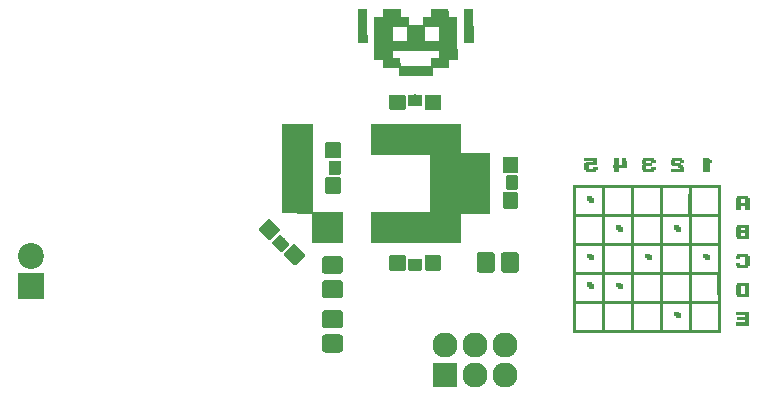
<source format=gbr>
G04 #@! TF.GenerationSoftware,KiCad,Pcbnew,5.1.2*
G04 #@! TF.CreationDate,2019-07-07T07:42:55-07:00*
G04 #@! TF.ProjectId,MegaMan_SAO,4d656761-4d61-46e5-9f53-414f2e6b6963,rev?*
G04 #@! TF.SameCoordinates,Original*
G04 #@! TF.FileFunction,Soldermask,Bot*
G04 #@! TF.FilePolarity,Negative*
%FSLAX46Y46*%
G04 Gerber Fmt 4.6, Leading zero omitted, Abs format (unit mm)*
G04 Created by KiCad (PCBNEW 5.1.2) date 2019-07-07 07:42:55*
%MOMM*%
%LPD*%
G04 APERTURE LIST*
%ADD10C,0.010000*%
%ADD11C,0.100000*%
%ADD12C,1.000000*%
%ADD13C,1.300000*%
%ADD14C,2.127200*%
%ADD15O,2.127200X2.127200*%
%ADD16R,2.127200X2.127200*%
%ADD17R,2.200000X2.200000*%
%ADD18C,2.200000*%
%ADD19C,1.550000*%
G04 APERTURE END LIST*
D10*
G36*
X124699999Y-96030663D02*
G01*
X124699999Y-96082111D01*
X124699999Y-96170000D01*
X124788554Y-96170000D01*
X124859999Y-96170000D01*
X124859999Y-96230000D01*
X124859999Y-96328083D01*
X124859999Y-96500000D01*
X124809999Y-96500000D01*
X124712380Y-96500000D01*
X124690749Y-96499972D01*
X124585780Y-96500000D01*
X124529999Y-96500000D01*
X124529999Y-96425888D01*
X124530000Y-96340000D01*
X124444777Y-96340000D01*
X124369999Y-96340000D01*
X124369999Y-96267472D01*
X124369999Y-96170000D01*
X124369999Y-96063772D01*
X124369999Y-96010000D01*
X124520951Y-96009900D01*
X124542582Y-96010000D01*
X124699999Y-96010000D01*
X124699999Y-96030000D01*
X124699999Y-96030663D01*
G37*
X124699999Y-96030663D02*
X124699999Y-96082111D01*
X124699999Y-96170000D01*
X124788554Y-96170000D01*
X124859999Y-96170000D01*
X124859999Y-96230000D01*
X124859999Y-96328083D01*
X124859999Y-96500000D01*
X124809999Y-96500000D01*
X124712380Y-96500000D01*
X124690749Y-96499972D01*
X124585780Y-96500000D01*
X124529999Y-96500000D01*
X124529999Y-96425888D01*
X124530000Y-96340000D01*
X124444777Y-96340000D01*
X124369999Y-96340000D01*
X124369999Y-96267472D01*
X124369999Y-96170000D01*
X124369999Y-96063772D01*
X124369999Y-96010000D01*
X124520951Y-96009900D01*
X124542582Y-96010000D01*
X124699999Y-96010000D01*
X124699999Y-96030000D01*
X124699999Y-96030663D01*
G36*
X122250000Y-100940663D02*
G01*
X122250000Y-100992111D01*
X122250000Y-101080000D01*
X122338555Y-101080000D01*
X122410000Y-101080000D01*
X122410000Y-101140000D01*
X122410000Y-101238083D01*
X122410000Y-101410000D01*
X122360000Y-101410000D01*
X122262381Y-101410000D01*
X122240750Y-101409972D01*
X122135781Y-101410000D01*
X122080000Y-101410000D01*
X122080000Y-101335888D01*
X122080001Y-101250000D01*
X121994778Y-101250000D01*
X121920000Y-101250000D01*
X121920000Y-101177472D01*
X121920000Y-101080000D01*
X121920000Y-100973772D01*
X121920000Y-100920000D01*
X122070952Y-100919900D01*
X122092583Y-100920000D01*
X122250000Y-100920000D01*
X122250000Y-100940000D01*
X122250000Y-100940663D01*
G37*
X122250000Y-100940663D02*
X122250000Y-100992111D01*
X122250000Y-101080000D01*
X122338555Y-101080000D01*
X122410000Y-101080000D01*
X122410000Y-101140000D01*
X122410000Y-101238083D01*
X122410000Y-101410000D01*
X122360000Y-101410000D01*
X122262381Y-101410000D01*
X122240750Y-101409972D01*
X122135781Y-101410000D01*
X122080000Y-101410000D01*
X122080000Y-101335888D01*
X122080001Y-101250000D01*
X121994778Y-101250000D01*
X121920000Y-101250000D01*
X121920000Y-101177472D01*
X121920000Y-101080000D01*
X121920000Y-100973772D01*
X121920000Y-100920000D01*
X122070952Y-100919900D01*
X122092583Y-100920000D01*
X122250000Y-100920000D01*
X122250000Y-100940000D01*
X122250000Y-100940663D01*
G36*
X117330000Y-98483191D02*
G01*
X117330000Y-98534639D01*
X117330000Y-98622528D01*
X117418555Y-98622528D01*
X117490000Y-98622528D01*
X117490000Y-98682528D01*
X117490000Y-98780611D01*
X117490000Y-98952528D01*
X117440000Y-98952528D01*
X117342381Y-98952528D01*
X117320750Y-98952500D01*
X117215781Y-98952528D01*
X117160000Y-98952528D01*
X117160000Y-98878416D01*
X117160001Y-98792528D01*
X117074778Y-98792528D01*
X117000000Y-98792528D01*
X117000000Y-98720000D01*
X117000000Y-98622528D01*
X117000000Y-98516300D01*
X117000000Y-98462528D01*
X117150952Y-98462428D01*
X117172583Y-98462528D01*
X117330000Y-98462528D01*
X117330000Y-98482528D01*
X117330000Y-98483191D01*
G37*
X117330000Y-98483191D02*
X117330000Y-98534639D01*
X117330000Y-98622528D01*
X117418555Y-98622528D01*
X117490000Y-98622528D01*
X117490000Y-98682528D01*
X117490000Y-98780611D01*
X117490000Y-98952528D01*
X117440000Y-98952528D01*
X117342381Y-98952528D01*
X117320750Y-98952500D01*
X117215781Y-98952528D01*
X117160000Y-98952528D01*
X117160000Y-98878416D01*
X117160001Y-98792528D01*
X117074778Y-98792528D01*
X117000000Y-98792528D01*
X117000000Y-98720000D01*
X117000000Y-98622528D01*
X117000000Y-98516300D01*
X117000000Y-98462528D01*
X117150952Y-98462428D01*
X117172583Y-98462528D01*
X117330000Y-98462528D01*
X117330000Y-98482528D01*
X117330000Y-98483191D01*
G36*
X114900000Y-98480663D02*
G01*
X114900000Y-98532111D01*
X114900000Y-98620000D01*
X114988555Y-98620000D01*
X115060000Y-98620000D01*
X115060000Y-98680000D01*
X115060000Y-98778083D01*
X115060000Y-98950000D01*
X115010000Y-98950000D01*
X114912381Y-98950000D01*
X114890750Y-98949972D01*
X114785781Y-98950000D01*
X114730000Y-98950000D01*
X114730000Y-98875888D01*
X114730001Y-98790000D01*
X114644778Y-98790000D01*
X114570000Y-98790000D01*
X114570000Y-98717472D01*
X114570000Y-98620000D01*
X114570000Y-98513772D01*
X114570000Y-98460000D01*
X114720952Y-98459900D01*
X114742583Y-98460000D01*
X114900000Y-98460000D01*
X114900000Y-98480000D01*
X114900000Y-98480663D01*
G37*
X114900000Y-98480663D02*
X114900000Y-98532111D01*
X114900000Y-98620000D01*
X114988555Y-98620000D01*
X115060000Y-98620000D01*
X115060000Y-98680000D01*
X115060000Y-98778083D01*
X115060000Y-98950000D01*
X115010000Y-98950000D01*
X114912381Y-98950000D01*
X114890750Y-98949972D01*
X114785781Y-98950000D01*
X114730000Y-98950000D01*
X114730000Y-98875888D01*
X114730001Y-98790000D01*
X114644778Y-98790000D01*
X114570000Y-98790000D01*
X114570000Y-98717472D01*
X114570000Y-98620000D01*
X114570000Y-98513772D01*
X114570000Y-98460000D01*
X114720952Y-98459900D01*
X114742583Y-98460000D01*
X114900000Y-98460000D01*
X114900000Y-98480000D01*
X114900000Y-98480663D01*
G36*
X119790000Y-96030663D02*
G01*
X119790000Y-96082111D01*
X119790000Y-96170000D01*
X119878555Y-96170000D01*
X119950000Y-96170000D01*
X119950000Y-96230000D01*
X119950000Y-96328083D01*
X119950000Y-96500000D01*
X119900000Y-96500000D01*
X119802381Y-96500000D01*
X119780750Y-96499972D01*
X119675781Y-96500000D01*
X119620000Y-96500000D01*
X119620000Y-96425888D01*
X119620001Y-96340000D01*
X119534778Y-96340000D01*
X119460000Y-96340000D01*
X119460000Y-96267472D01*
X119460000Y-96170000D01*
X119460000Y-96063772D01*
X119460000Y-96010000D01*
X119610952Y-96009900D01*
X119632583Y-96010000D01*
X119790000Y-96010000D01*
X119790000Y-96030000D01*
X119790000Y-96030663D01*
G37*
X119790000Y-96030663D02*
X119790000Y-96082111D01*
X119790000Y-96170000D01*
X119878555Y-96170000D01*
X119950000Y-96170000D01*
X119950000Y-96230000D01*
X119950000Y-96328083D01*
X119950000Y-96500000D01*
X119900000Y-96500000D01*
X119802381Y-96500000D01*
X119780750Y-96499972D01*
X119675781Y-96500000D01*
X119620000Y-96500000D01*
X119620000Y-96425888D01*
X119620001Y-96340000D01*
X119534778Y-96340000D01*
X119460000Y-96340000D01*
X119460000Y-96267472D01*
X119460000Y-96170000D01*
X119460000Y-96063772D01*
X119460000Y-96010000D01*
X119610952Y-96009900D01*
X119632583Y-96010000D01*
X119790000Y-96010000D01*
X119790000Y-96030000D01*
X119790000Y-96030663D01*
G36*
X114900000Y-96030663D02*
G01*
X114900000Y-96082111D01*
X114900000Y-96170000D01*
X114988555Y-96170000D01*
X115060000Y-96170000D01*
X115060000Y-96230000D01*
X115060000Y-96328083D01*
X115060000Y-96500000D01*
X115010000Y-96500000D01*
X114912381Y-96500000D01*
X114890750Y-96499972D01*
X114785781Y-96500000D01*
X114730000Y-96500000D01*
X114730000Y-96425888D01*
X114730001Y-96340000D01*
X114644778Y-96340000D01*
X114570000Y-96340000D01*
X114570000Y-96267472D01*
X114570000Y-96170000D01*
X114570000Y-96063772D01*
X114570000Y-96010000D01*
X114720952Y-96009900D01*
X114742583Y-96010000D01*
X114900000Y-96010000D01*
X114900000Y-96030000D01*
X114900000Y-96030663D01*
G37*
X114900000Y-96030663D02*
X114900000Y-96082111D01*
X114900000Y-96170000D01*
X114988555Y-96170000D01*
X115060000Y-96170000D01*
X115060000Y-96230000D01*
X115060000Y-96328083D01*
X115060000Y-96500000D01*
X115010000Y-96500000D01*
X114912381Y-96500000D01*
X114890750Y-96499972D01*
X114785781Y-96500000D01*
X114730000Y-96500000D01*
X114730000Y-96425888D01*
X114730001Y-96340000D01*
X114644778Y-96340000D01*
X114570000Y-96340000D01*
X114570000Y-96267472D01*
X114570000Y-96170000D01*
X114570000Y-96063772D01*
X114570000Y-96010000D01*
X114720952Y-96009900D01*
X114742583Y-96010000D01*
X114900000Y-96010000D01*
X114900000Y-96030000D01*
X114900000Y-96030663D01*
G36*
X122260000Y-93600663D02*
G01*
X122260000Y-93652111D01*
X122260000Y-93740000D01*
X122348555Y-93740000D01*
X122420000Y-93740000D01*
X122420000Y-93800000D01*
X122420000Y-93898083D01*
X122420000Y-94070000D01*
X122370000Y-94070000D01*
X122272381Y-94070000D01*
X122250750Y-94069972D01*
X122145781Y-94070000D01*
X122090000Y-94070000D01*
X122090000Y-93995888D01*
X122090001Y-93910000D01*
X122004778Y-93910000D01*
X121930000Y-93910000D01*
X121930000Y-93837472D01*
X121930000Y-93740000D01*
X121930000Y-93633772D01*
X121930000Y-93580000D01*
X122080952Y-93579900D01*
X122102583Y-93580000D01*
X122260000Y-93580000D01*
X122260000Y-93600000D01*
X122260000Y-93600663D01*
G37*
X122260000Y-93600663D02*
X122260000Y-93652111D01*
X122260000Y-93740000D01*
X122348555Y-93740000D01*
X122420000Y-93740000D01*
X122420000Y-93800000D01*
X122420000Y-93898083D01*
X122420000Y-94070000D01*
X122370000Y-94070000D01*
X122272381Y-94070000D01*
X122250750Y-94069972D01*
X122145781Y-94070000D01*
X122090000Y-94070000D01*
X122090000Y-93995888D01*
X122090001Y-93910000D01*
X122004778Y-93910000D01*
X121930000Y-93910000D01*
X121930000Y-93837472D01*
X121930000Y-93740000D01*
X121930000Y-93633772D01*
X121930000Y-93580000D01*
X122080952Y-93579900D01*
X122102583Y-93580000D01*
X122260000Y-93580000D01*
X122260000Y-93600000D01*
X122260000Y-93600663D01*
G36*
X117360000Y-93590663D02*
G01*
X117360000Y-93642111D01*
X117360000Y-93730000D01*
X117448555Y-93730000D01*
X117520000Y-93730000D01*
X117520000Y-93790000D01*
X117520000Y-93888083D01*
X117520000Y-94060000D01*
X117470000Y-94060000D01*
X117372381Y-94060000D01*
X117350750Y-94059972D01*
X117245781Y-94060000D01*
X117190000Y-94060000D01*
X117190000Y-93985888D01*
X117190001Y-93900000D01*
X117104778Y-93900000D01*
X117030000Y-93900000D01*
X117030000Y-93827472D01*
X117030000Y-93730000D01*
X117030000Y-93623772D01*
X117030000Y-93570000D01*
X117180952Y-93569900D01*
X117202583Y-93570000D01*
X117360000Y-93570000D01*
X117360000Y-93590000D01*
X117360000Y-93590663D01*
G37*
X117360000Y-93590663D02*
X117360000Y-93642111D01*
X117360000Y-93730000D01*
X117448555Y-93730000D01*
X117520000Y-93730000D01*
X117520000Y-93790000D01*
X117520000Y-93888083D01*
X117520000Y-94060000D01*
X117470000Y-94060000D01*
X117372381Y-94060000D01*
X117350750Y-94059972D01*
X117245781Y-94060000D01*
X117190000Y-94060000D01*
X117190000Y-93985888D01*
X117190001Y-93900000D01*
X117104778Y-93900000D01*
X117030000Y-93900000D01*
X117030000Y-93827472D01*
X117030000Y-93730000D01*
X117030000Y-93623772D01*
X117030000Y-93570000D01*
X117180952Y-93569900D01*
X117202583Y-93570000D01*
X117360000Y-93570000D01*
X117360000Y-93590000D01*
X117360000Y-93590663D01*
G36*
X114900000Y-91140663D02*
G01*
X114900000Y-91192111D01*
X114900000Y-91280000D01*
X114988555Y-91280000D01*
X115060000Y-91280000D01*
X115060000Y-91340000D01*
X115060000Y-91438083D01*
X115060000Y-91610000D01*
X115010000Y-91610000D01*
X114912381Y-91610000D01*
X114890750Y-91609972D01*
X114785781Y-91610000D01*
X114730000Y-91610000D01*
X114730000Y-91535888D01*
X114730001Y-91450000D01*
X114644778Y-91450000D01*
X114570000Y-91450000D01*
X114570000Y-91377472D01*
X114570000Y-91280000D01*
X114570000Y-91173772D01*
X114570000Y-91120000D01*
X114720952Y-91119900D01*
X114742583Y-91120000D01*
X114900000Y-91120000D01*
X114900000Y-91140000D01*
X114900000Y-91140663D01*
G37*
X114900000Y-91140663D02*
X114900000Y-91192111D01*
X114900000Y-91280000D01*
X114988555Y-91280000D01*
X115060000Y-91280000D01*
X115060000Y-91340000D01*
X115060000Y-91438083D01*
X115060000Y-91610000D01*
X115010000Y-91610000D01*
X114912381Y-91610000D01*
X114890750Y-91609972D01*
X114785781Y-91610000D01*
X114730000Y-91610000D01*
X114730000Y-91535888D01*
X114730001Y-91450000D01*
X114644778Y-91450000D01*
X114570000Y-91450000D01*
X114570000Y-91377472D01*
X114570000Y-91280000D01*
X114570000Y-91173772D01*
X114570000Y-91120000D01*
X114720952Y-91119900D01*
X114742583Y-91120000D01*
X114900000Y-91120000D01*
X114900000Y-91140000D01*
X114900000Y-91140663D01*
G36*
X104869506Y-78071333D02*
G01*
X104147493Y-78071333D01*
X104169833Y-75340833D01*
X104847166Y-75340833D01*
X104869506Y-78071333D01*
X104869506Y-78071333D01*
G37*
X104869506Y-78071333D02*
X104147493Y-78071333D01*
X104169833Y-75340833D01*
X104847166Y-75340833D01*
X104869506Y-78071333D01*
G36*
X95883669Y-76706083D02*
G01*
X95894839Y-78071333D01*
X95172827Y-78071333D01*
X95183996Y-76706083D01*
X95195166Y-75340833D01*
X95872500Y-75340833D01*
X95883669Y-76706083D01*
X95883669Y-76706083D01*
G37*
X95883669Y-76706083D02*
X95894839Y-78071333D01*
X95172827Y-78071333D01*
X95183996Y-76706083D01*
X95195166Y-75340833D01*
X95872500Y-75340833D01*
X95883669Y-76706083D01*
G36*
X98678832Y-75667167D02*
G01*
X98680000Y-76000000D01*
X99010000Y-76000000D01*
X99360000Y-76000000D01*
X99356197Y-76346250D01*
X99368561Y-76674333D01*
X100673771Y-76674333D01*
X100686135Y-76346250D01*
X100698500Y-76018166D01*
X101024834Y-76005834D01*
X101351168Y-75993501D01*
X101363500Y-75667167D01*
X101375833Y-75340833D01*
X102730500Y-75340833D01*
X102742834Y-75667294D01*
X102755169Y-75993754D01*
X103123834Y-76005960D01*
X103492500Y-76018166D01*
X103503552Y-77764416D01*
X103514605Y-79510666D01*
X102751666Y-79510666D01*
X102751666Y-80188000D01*
X101397000Y-80188000D01*
X101397000Y-80865333D01*
X98645333Y-80865333D01*
X98645333Y-80188000D01*
X97290666Y-80188000D01*
X97290666Y-79510666D01*
X96527727Y-79510666D01*
X96532550Y-78748666D01*
X98010333Y-78748666D01*
X98010333Y-79464771D01*
X98338416Y-79477135D01*
X98666500Y-79489500D01*
X98691228Y-80145666D01*
X101351105Y-80145666D01*
X101375833Y-79489500D01*
X101703916Y-79477135D01*
X102032000Y-79464771D01*
X102032000Y-78748666D01*
X98010333Y-78748666D01*
X96532550Y-78748666D01*
X96545411Y-76716666D01*
X98010333Y-76716666D01*
X98010333Y-78029000D01*
X99322666Y-78029000D01*
X99322666Y-76716666D01*
X100719666Y-76716666D01*
X100719666Y-78029000D01*
X102032000Y-78029000D01*
X102032000Y-76716666D01*
X100719666Y-76716666D01*
X99322666Y-76716666D01*
X98010333Y-76716666D01*
X96545411Y-76716666D01*
X96549833Y-76018166D01*
X97300000Y-76020000D01*
X97299498Y-75667294D01*
X97300000Y-75340833D01*
X98680000Y-75340833D01*
X98678832Y-75667167D01*
X98678832Y-75667167D01*
G37*
X98678832Y-75667167D02*
X98680000Y-76000000D01*
X99010000Y-76000000D01*
X99360000Y-76000000D01*
X99356197Y-76346250D01*
X99368561Y-76674333D01*
X100673771Y-76674333D01*
X100686135Y-76346250D01*
X100698500Y-76018166D01*
X101024834Y-76005834D01*
X101351168Y-75993501D01*
X101363500Y-75667167D01*
X101375833Y-75340833D01*
X102730500Y-75340833D01*
X102742834Y-75667294D01*
X102755169Y-75993754D01*
X103123834Y-76005960D01*
X103492500Y-76018166D01*
X103503552Y-77764416D01*
X103514605Y-79510666D01*
X102751666Y-79510666D01*
X102751666Y-80188000D01*
X101397000Y-80188000D01*
X101397000Y-80865333D01*
X98645333Y-80865333D01*
X98645333Y-80188000D01*
X97290666Y-80188000D01*
X97290666Y-79510666D01*
X96527727Y-79510666D01*
X96532550Y-78748666D01*
X98010333Y-78748666D01*
X98010333Y-79464771D01*
X98338416Y-79477135D01*
X98666500Y-79489500D01*
X98691228Y-80145666D01*
X101351105Y-80145666D01*
X101375833Y-79489500D01*
X101703916Y-79477135D01*
X102032000Y-79464771D01*
X102032000Y-78748666D01*
X98010333Y-78748666D01*
X96532550Y-78748666D01*
X96545411Y-76716666D01*
X98010333Y-76716666D01*
X98010333Y-78029000D01*
X99322666Y-78029000D01*
X99322666Y-76716666D01*
X100719666Y-76716666D01*
X100719666Y-78029000D01*
X102032000Y-78029000D01*
X102032000Y-76716666D01*
X100719666Y-76716666D01*
X99322666Y-76716666D01*
X98010333Y-76716666D01*
X96545411Y-76716666D01*
X96549833Y-76018166D01*
X97300000Y-76020000D01*
X97299498Y-75667294D01*
X97300000Y-75340833D01*
X98680000Y-75340833D01*
X98678832Y-75667167D01*
G36*
X124780000Y-87890000D02*
G01*
X124780000Y-87970000D01*
X124850000Y-87970000D01*
X124850000Y-88050000D01*
X124889160Y-88050000D01*
X124940000Y-88050000D01*
X125020000Y-88050000D01*
X125019001Y-88230000D01*
X124989066Y-88230000D01*
X124934333Y-88231333D01*
X124850000Y-88230000D01*
X124850000Y-88280000D01*
X124850000Y-88336973D01*
X124850486Y-88462109D01*
X124849666Y-88612333D01*
X124849666Y-88993333D01*
X124384000Y-88993333D01*
X124384000Y-87892666D01*
X124599629Y-87892666D01*
X124737500Y-87890000D01*
X124780000Y-87890000D01*
G37*
X124780000Y-87890000D02*
X124780000Y-87970000D01*
X124850000Y-87970000D01*
X124850000Y-88050000D01*
X124889160Y-88050000D01*
X124940000Y-88050000D01*
X125020000Y-88050000D01*
X125019001Y-88230000D01*
X124989066Y-88230000D01*
X124934333Y-88231333D01*
X124850000Y-88230000D01*
X124850000Y-88280000D01*
X124850000Y-88336973D01*
X124850486Y-88462109D01*
X124849666Y-88612333D01*
X124849666Y-88993333D01*
X124384000Y-88993333D01*
X124384000Y-87892666D01*
X124599629Y-87892666D01*
X124737500Y-87890000D01*
X124780000Y-87890000D01*
G36*
X122340326Y-87899774D02*
G01*
X122450185Y-87901508D01*
X122548513Y-87900299D01*
X122549349Y-87950904D01*
X122549349Y-87978237D01*
X122549349Y-88060904D01*
X122631453Y-88061000D01*
X122699349Y-88060000D01*
X122699349Y-88150904D01*
X122699349Y-88220000D01*
X122610000Y-88220000D01*
X122541849Y-88220000D01*
X122430000Y-88220000D01*
X122390000Y-88220000D01*
X122390000Y-88169368D01*
X122390000Y-88110631D01*
X122299431Y-88110727D01*
X122160850Y-88111315D01*
X122030000Y-88110000D01*
X121930000Y-88110000D01*
X121930000Y-88150000D01*
X121930000Y-88230000D01*
X121930000Y-88270000D01*
X121930000Y-88296302D01*
X121930000Y-88360000D01*
X122025722Y-88360000D01*
X122150000Y-88360000D01*
X122180000Y-88360000D01*
X122295402Y-88360000D01*
X122390000Y-88360000D01*
X122390000Y-88414200D01*
X122390000Y-88443904D01*
X122390000Y-88520000D01*
X122484175Y-88520000D01*
X122560000Y-88520000D01*
X122560000Y-88610000D01*
X122560000Y-88690000D01*
X122626515Y-88690000D01*
X122690000Y-88690000D01*
X122689900Y-88832576D01*
X122690015Y-88846070D01*
X122690015Y-88994237D01*
X122160849Y-88994237D01*
X121945622Y-88991733D01*
X121800000Y-88990000D01*
X121700000Y-88990000D01*
X121652866Y-88990000D01*
X121630000Y-88990000D01*
X121631682Y-88909570D01*
X121630000Y-88869344D01*
X121630000Y-88830000D01*
X121740000Y-88830000D01*
X121862458Y-88830000D01*
X122020000Y-88830000D01*
X122200000Y-88830000D01*
X122314336Y-88830000D01*
X122374487Y-88830000D01*
X122390000Y-88830000D01*
X122390000Y-88745857D01*
X122390000Y-88700000D01*
X122309015Y-88700000D01*
X122220000Y-88700000D01*
X122220000Y-88610000D01*
X122220000Y-88530590D01*
X122167669Y-88529409D01*
X122073200Y-88529473D01*
X121991515Y-88528570D01*
X121851103Y-88530000D01*
X121770000Y-88530000D01*
X121770000Y-88400000D01*
X121730000Y-88400000D01*
X121695182Y-88400000D01*
X121640000Y-88400000D01*
X121640000Y-88280919D01*
X121640000Y-88232237D01*
X121640911Y-88110132D01*
X121640000Y-88063687D01*
X121690244Y-88062904D01*
X121769349Y-88060904D01*
X121770948Y-87978237D01*
X121769349Y-87900904D01*
X121829349Y-87900904D01*
X121911640Y-87900904D01*
X122074665Y-87900678D01*
X122145335Y-87899322D01*
X122299675Y-87900226D01*
X122340326Y-87899774D01*
G37*
X122340326Y-87899774D02*
X122450185Y-87901508D01*
X122548513Y-87900299D01*
X122549349Y-87950904D01*
X122549349Y-87978237D01*
X122549349Y-88060904D01*
X122631453Y-88061000D01*
X122699349Y-88060000D01*
X122699349Y-88150904D01*
X122699349Y-88220000D01*
X122610000Y-88220000D01*
X122541849Y-88220000D01*
X122430000Y-88220000D01*
X122390000Y-88220000D01*
X122390000Y-88169368D01*
X122390000Y-88110631D01*
X122299431Y-88110727D01*
X122160850Y-88111315D01*
X122030000Y-88110000D01*
X121930000Y-88110000D01*
X121930000Y-88150000D01*
X121930000Y-88230000D01*
X121930000Y-88270000D01*
X121930000Y-88296302D01*
X121930000Y-88360000D01*
X122025722Y-88360000D01*
X122150000Y-88360000D01*
X122180000Y-88360000D01*
X122295402Y-88360000D01*
X122390000Y-88360000D01*
X122390000Y-88414200D01*
X122390000Y-88443904D01*
X122390000Y-88520000D01*
X122484175Y-88520000D01*
X122560000Y-88520000D01*
X122560000Y-88610000D01*
X122560000Y-88690000D01*
X122626515Y-88690000D01*
X122690000Y-88690000D01*
X122689900Y-88832576D01*
X122690015Y-88846070D01*
X122690015Y-88994237D01*
X122160849Y-88994237D01*
X121945622Y-88991733D01*
X121800000Y-88990000D01*
X121700000Y-88990000D01*
X121652866Y-88990000D01*
X121630000Y-88990000D01*
X121631682Y-88909570D01*
X121630000Y-88869344D01*
X121630000Y-88830000D01*
X121740000Y-88830000D01*
X121862458Y-88830000D01*
X122020000Y-88830000D01*
X122200000Y-88830000D01*
X122314336Y-88830000D01*
X122374487Y-88830000D01*
X122390000Y-88830000D01*
X122390000Y-88745857D01*
X122390000Y-88700000D01*
X122309015Y-88700000D01*
X122220000Y-88700000D01*
X122220000Y-88610000D01*
X122220000Y-88530590D01*
X122167669Y-88529409D01*
X122073200Y-88529473D01*
X121991515Y-88528570D01*
X121851103Y-88530000D01*
X121770000Y-88530000D01*
X121770000Y-88400000D01*
X121730000Y-88400000D01*
X121695182Y-88400000D01*
X121640000Y-88400000D01*
X121640000Y-88280919D01*
X121640000Y-88232237D01*
X121640911Y-88110132D01*
X121640000Y-88063687D01*
X121690244Y-88062904D01*
X121769349Y-88060904D01*
X121770948Y-87978237D01*
X121769349Y-87900904D01*
X121829349Y-87900904D01*
X121911640Y-87900904D01*
X122074665Y-87900678D01*
X122145335Y-87899322D01*
X122299675Y-87900226D01*
X122340326Y-87899774D01*
G36*
X119940000Y-87900000D02*
G01*
X120020000Y-87900000D01*
X120065599Y-87900000D01*
X120100000Y-87900000D01*
X120100000Y-87976709D01*
X120100000Y-88070000D01*
X120198457Y-88070000D01*
X120281544Y-88070000D01*
X120280000Y-88220000D01*
X120253872Y-88220000D01*
X120171422Y-88220000D01*
X120108333Y-88220000D01*
X119990590Y-88220847D01*
X119940000Y-88220000D01*
X119940000Y-88169458D01*
X119940259Y-88110541D01*
X119844748Y-88109823D01*
X119706166Y-88110000D01*
X119573059Y-88110000D01*
X119470000Y-88110000D01*
X119470000Y-88157627D01*
X119470000Y-88200000D01*
X119470000Y-88230666D01*
X119470000Y-88360000D01*
X119510000Y-88360000D01*
X119570000Y-88360000D01*
X119680000Y-88360000D01*
X119710000Y-88360000D01*
X119840000Y-88360000D01*
X119910000Y-88360000D01*
X119930000Y-88360000D01*
X119930000Y-88440000D01*
X119930000Y-88550000D01*
X119880000Y-88550000D01*
X119770000Y-88550000D01*
X119716750Y-88550000D01*
X119587160Y-88550000D01*
X119500000Y-88550000D01*
X119470000Y-88550000D01*
X119470000Y-88686416D01*
X119467968Y-88824000D01*
X119710038Y-88822000D01*
X119850000Y-88820000D01*
X119916592Y-88820792D01*
X119938999Y-88820000D01*
X119939000Y-88760500D01*
X119940000Y-88700000D01*
X120060000Y-88700000D01*
X120123114Y-88700000D01*
X120230000Y-88699999D01*
X120280000Y-88700000D01*
X120280000Y-88764463D01*
X120280000Y-88880000D01*
X120190000Y-88880000D01*
X120120000Y-88880000D01*
X120120000Y-88990000D01*
X120089747Y-88990000D01*
X120025394Y-88990000D01*
X119902384Y-88990586D01*
X119707824Y-88993333D01*
X119706166Y-88993333D01*
X119514457Y-88991060D01*
X119393136Y-88990000D01*
X119328009Y-88990000D01*
X119310000Y-88990000D01*
X119310000Y-88929833D01*
X119310000Y-88860000D01*
X119240000Y-88860000D01*
X119180000Y-88860000D01*
X119180000Y-88740000D01*
X119180000Y-88690000D01*
X119180000Y-88579257D01*
X119180000Y-88530000D01*
X119240000Y-88530000D01*
X119310000Y-88530000D01*
X119310000Y-88464166D01*
X119310000Y-88370000D01*
X119240000Y-88370000D01*
X119190000Y-88370000D01*
X119190000Y-88280000D01*
X119190000Y-88230000D01*
X119189299Y-88109228D01*
X119190000Y-88060000D01*
X119232781Y-88059333D01*
X119307219Y-88060000D01*
X119310000Y-87980000D01*
X119310000Y-87940000D01*
X119310000Y-87900000D01*
X119450830Y-87900000D01*
X119589171Y-87900000D01*
X119706166Y-87900000D01*
X119885476Y-87900000D01*
X119940000Y-87900000D01*
G37*
X119940000Y-87900000D02*
X120020000Y-87900000D01*
X120065599Y-87900000D01*
X120100000Y-87900000D01*
X120100000Y-87976709D01*
X120100000Y-88070000D01*
X120198457Y-88070000D01*
X120281544Y-88070000D01*
X120280000Y-88220000D01*
X120253872Y-88220000D01*
X120171422Y-88220000D01*
X120108333Y-88220000D01*
X119990590Y-88220847D01*
X119940000Y-88220000D01*
X119940000Y-88169458D01*
X119940259Y-88110541D01*
X119844748Y-88109823D01*
X119706166Y-88110000D01*
X119573059Y-88110000D01*
X119470000Y-88110000D01*
X119470000Y-88157627D01*
X119470000Y-88200000D01*
X119470000Y-88230666D01*
X119470000Y-88360000D01*
X119510000Y-88360000D01*
X119570000Y-88360000D01*
X119680000Y-88360000D01*
X119710000Y-88360000D01*
X119840000Y-88360000D01*
X119910000Y-88360000D01*
X119930000Y-88360000D01*
X119930000Y-88440000D01*
X119930000Y-88550000D01*
X119880000Y-88550000D01*
X119770000Y-88550000D01*
X119716750Y-88550000D01*
X119587160Y-88550000D01*
X119500000Y-88550000D01*
X119470000Y-88550000D01*
X119470000Y-88686416D01*
X119467968Y-88824000D01*
X119710038Y-88822000D01*
X119850000Y-88820000D01*
X119916592Y-88820792D01*
X119938999Y-88820000D01*
X119939000Y-88760500D01*
X119940000Y-88700000D01*
X120060000Y-88700000D01*
X120123114Y-88700000D01*
X120230000Y-88699999D01*
X120280000Y-88700000D01*
X120280000Y-88764463D01*
X120280000Y-88880000D01*
X120190000Y-88880000D01*
X120120000Y-88880000D01*
X120120000Y-88990000D01*
X120089747Y-88990000D01*
X120025394Y-88990000D01*
X119902384Y-88990586D01*
X119707824Y-88993333D01*
X119706166Y-88993333D01*
X119514457Y-88991060D01*
X119393136Y-88990000D01*
X119328009Y-88990000D01*
X119310000Y-88990000D01*
X119310000Y-88929833D01*
X119310000Y-88860000D01*
X119240000Y-88860000D01*
X119180000Y-88860000D01*
X119180000Y-88740000D01*
X119180000Y-88690000D01*
X119180000Y-88579257D01*
X119180000Y-88530000D01*
X119240000Y-88530000D01*
X119310000Y-88530000D01*
X119310000Y-88464166D01*
X119310000Y-88370000D01*
X119240000Y-88370000D01*
X119190000Y-88370000D01*
X119190000Y-88280000D01*
X119190000Y-88230000D01*
X119189299Y-88109228D01*
X119190000Y-88060000D01*
X119232781Y-88059333D01*
X119307219Y-88060000D01*
X119310000Y-87980000D01*
X119310000Y-87940000D01*
X119310000Y-87900000D01*
X119450830Y-87900000D01*
X119589171Y-87900000D01*
X119706166Y-87900000D01*
X119885476Y-87900000D01*
X119940000Y-87900000D01*
G36*
X117810000Y-87910000D02*
G01*
X117813338Y-88305416D01*
X117820000Y-88697000D01*
X117187333Y-88697000D01*
X117187333Y-88845166D01*
X117190000Y-88990000D01*
X117150000Y-88990000D01*
X117067966Y-88990000D01*
X117018001Y-88990000D01*
X116909582Y-88990000D01*
X116850000Y-88990000D01*
X116849523Y-88888887D01*
X116850478Y-88845166D01*
X116850000Y-88690000D01*
X116830000Y-88690000D01*
X116785166Y-88690000D01*
X116720000Y-88690000D01*
X116720000Y-88612333D01*
X116720000Y-88530000D01*
X116783312Y-88530000D01*
X116850000Y-88530000D01*
X116850000Y-88360000D01*
X116850000Y-88296592D01*
X116850000Y-88220000D01*
X116850000Y-87910000D01*
X117187333Y-87910000D01*
X117187333Y-88527666D01*
X117483666Y-88527666D01*
X117483666Y-87910000D01*
X117800000Y-87909999D01*
X117810000Y-87910000D01*
G37*
X117810000Y-87910000D02*
X117813338Y-88305416D01*
X117820000Y-88697000D01*
X117187333Y-88697000D01*
X117187333Y-88845166D01*
X117190000Y-88990000D01*
X117150000Y-88990000D01*
X117067966Y-88990000D01*
X117018001Y-88990000D01*
X116909582Y-88990000D01*
X116850000Y-88990000D01*
X116849523Y-88888887D01*
X116850478Y-88845166D01*
X116850000Y-88690000D01*
X116830000Y-88690000D01*
X116785166Y-88690000D01*
X116720000Y-88690000D01*
X116720000Y-88612333D01*
X116720000Y-88530000D01*
X116783312Y-88530000D01*
X116850000Y-88530000D01*
X116850000Y-88360000D01*
X116850000Y-88296592D01*
X116850000Y-88220000D01*
X116850000Y-87910000D01*
X117187333Y-87910000D01*
X117187333Y-88527666D01*
X117483666Y-88527666D01*
X117483666Y-87910000D01*
X117800000Y-87909999D01*
X117810000Y-87910000D01*
G36*
X115340000Y-88160000D02*
G01*
X115340000Y-88400000D01*
X114605000Y-88400666D01*
X114605000Y-88824000D01*
X114816666Y-88824000D01*
X114950000Y-88820000D01*
X115040000Y-88820000D01*
X115040000Y-88750000D01*
X115040000Y-88710000D01*
X115150000Y-88710000D01*
X115200000Y-88710000D01*
X115310000Y-88710000D01*
X115360000Y-88710000D01*
X115360000Y-88780000D01*
X115360000Y-88860000D01*
X115282333Y-88860000D01*
X115200000Y-88860000D01*
X115197666Y-88980000D01*
X115180000Y-88980000D01*
X115128630Y-88980108D01*
X115020000Y-88980000D01*
X114844353Y-88980000D01*
X114810000Y-88980000D01*
X114630000Y-88980000D01*
X114515012Y-88980000D01*
X114454861Y-88980000D01*
X114440000Y-88980000D01*
X114440000Y-88930000D01*
X114440000Y-88860000D01*
X114351000Y-88860000D01*
X114303711Y-88860000D01*
X114270000Y-88860000D01*
X114267889Y-88724834D01*
X114266333Y-88612333D01*
X114269422Y-88470469D01*
X114270000Y-88390000D01*
X114270000Y-88340000D01*
X114350000Y-88340000D01*
X114440000Y-88340000D01*
X114440000Y-88290000D01*
X114440000Y-88240000D01*
X114515756Y-88240586D01*
X114640000Y-88240000D01*
X114720000Y-88240000D01*
X114890000Y-88240000D01*
X114970000Y-88240000D01*
X115030000Y-88240000D01*
X115030000Y-88100000D01*
X114990000Y-88100000D01*
X114960000Y-88100000D01*
X114852013Y-88100000D01*
X114680000Y-88100000D01*
X114650530Y-88100479D01*
X114469470Y-88099521D01*
X114350000Y-88100000D01*
X114290000Y-88100000D01*
X114270000Y-88100000D01*
X114270000Y-88013457D01*
X114270000Y-88009083D01*
X114270000Y-87920000D01*
X114306057Y-87920000D01*
X114350000Y-87920000D01*
X114451411Y-87917767D01*
X114602013Y-87914397D01*
X114816666Y-87913833D01*
X115340000Y-87913833D01*
X115340000Y-88160000D01*
X115340000Y-88160000D01*
G37*
X115340000Y-88160000D02*
X115340000Y-88400000D01*
X114605000Y-88400666D01*
X114605000Y-88824000D01*
X114816666Y-88824000D01*
X114950000Y-88820000D01*
X115040000Y-88820000D01*
X115040000Y-88750000D01*
X115040000Y-88710000D01*
X115150000Y-88710000D01*
X115200000Y-88710000D01*
X115310000Y-88710000D01*
X115360000Y-88710000D01*
X115360000Y-88780000D01*
X115360000Y-88860000D01*
X115282333Y-88860000D01*
X115200000Y-88860000D01*
X115197666Y-88980000D01*
X115180000Y-88980000D01*
X115128630Y-88980108D01*
X115020000Y-88980000D01*
X114844353Y-88980000D01*
X114810000Y-88980000D01*
X114630000Y-88980000D01*
X114515012Y-88980000D01*
X114454861Y-88980000D01*
X114440000Y-88980000D01*
X114440000Y-88930000D01*
X114440000Y-88860000D01*
X114351000Y-88860000D01*
X114303711Y-88860000D01*
X114270000Y-88860000D01*
X114267889Y-88724834D01*
X114266333Y-88612333D01*
X114269422Y-88470469D01*
X114270000Y-88390000D01*
X114270000Y-88340000D01*
X114350000Y-88340000D01*
X114440000Y-88340000D01*
X114440000Y-88290000D01*
X114440000Y-88240000D01*
X114515756Y-88240586D01*
X114640000Y-88240000D01*
X114720000Y-88240000D01*
X114890000Y-88240000D01*
X114970000Y-88240000D01*
X115030000Y-88240000D01*
X115030000Y-88100000D01*
X114990000Y-88100000D01*
X114960000Y-88100000D01*
X114852013Y-88100000D01*
X114680000Y-88100000D01*
X114650530Y-88100479D01*
X114469470Y-88099521D01*
X114350000Y-88100000D01*
X114290000Y-88100000D01*
X114270000Y-88100000D01*
X114270000Y-88013457D01*
X114270000Y-88009083D01*
X114270000Y-87920000D01*
X114306057Y-87920000D01*
X114350000Y-87920000D01*
X114451411Y-87917767D01*
X114602013Y-87914397D01*
X114816666Y-87913833D01*
X115340000Y-87913833D01*
X115340000Y-88160000D01*
G36*
X127864170Y-91120000D02*
G01*
X127977688Y-91120000D01*
X128040000Y-91119999D01*
X128070000Y-91120000D01*
X128070000Y-91200000D01*
X128070000Y-91270000D01*
X128151666Y-91270000D01*
X128188720Y-91270000D01*
X128230000Y-91270000D01*
X128230000Y-91370000D01*
X128230000Y-91480000D01*
X128230000Y-91660000D01*
X128230000Y-91740000D01*
X128230000Y-92210666D01*
X128067000Y-92210666D01*
X127960000Y-92210000D01*
X127900000Y-92210000D01*
X127898045Y-92106220D01*
X127897666Y-92062500D01*
X127897666Y-91910000D01*
X127480000Y-91910000D01*
X127480000Y-92062500D01*
X127480000Y-92210000D01*
X127440000Y-92210000D01*
X127354966Y-92210335D01*
X127305000Y-92210666D01*
X127150000Y-92210666D01*
X127150000Y-91740000D01*
X127150000Y-91540000D01*
X127150000Y-91390000D01*
X127150000Y-91321666D01*
X127474333Y-91321666D01*
X127474333Y-91745000D01*
X127897666Y-91745000D01*
X127897666Y-91321666D01*
X127474333Y-91321666D01*
X127150000Y-91320000D01*
X127150000Y-91310000D01*
X127150000Y-91280000D01*
X127194229Y-91280000D01*
X127280000Y-91280000D01*
X127280000Y-91194666D01*
X127280000Y-91120000D01*
X127330000Y-91120000D01*
X127410000Y-91120000D01*
X127560000Y-91120000D01*
X127690000Y-91120000D01*
X127830000Y-91120000D01*
X127864170Y-91120000D01*
G37*
X127864170Y-91120000D02*
X127977688Y-91120000D01*
X128040000Y-91119999D01*
X128070000Y-91120000D01*
X128070000Y-91200000D01*
X128070000Y-91270000D01*
X128151666Y-91270000D01*
X128188720Y-91270000D01*
X128230000Y-91270000D01*
X128230000Y-91370000D01*
X128230000Y-91480000D01*
X128230000Y-91660000D01*
X128230000Y-91740000D01*
X128230000Y-92210666D01*
X128067000Y-92210666D01*
X127960000Y-92210000D01*
X127900000Y-92210000D01*
X127898045Y-92106220D01*
X127897666Y-92062500D01*
X127897666Y-91910000D01*
X127480000Y-91910000D01*
X127480000Y-92062500D01*
X127480000Y-92210000D01*
X127440000Y-92210000D01*
X127354966Y-92210335D01*
X127305000Y-92210666D01*
X127150000Y-92210666D01*
X127150000Y-91740000D01*
X127150000Y-91540000D01*
X127150000Y-91390000D01*
X127150000Y-91321666D01*
X127474333Y-91321666D01*
X127474333Y-91745000D01*
X127897666Y-91745000D01*
X127897666Y-91321666D01*
X127474333Y-91321666D01*
X127150000Y-91320000D01*
X127150000Y-91310000D01*
X127150000Y-91280000D01*
X127194229Y-91280000D01*
X127280000Y-91280000D01*
X127280000Y-91194666D01*
X127280000Y-91120000D01*
X127330000Y-91120000D01*
X127410000Y-91120000D01*
X127560000Y-91120000D01*
X127690000Y-91120000D01*
X127830000Y-91120000D01*
X127864170Y-91120000D01*
G36*
X127679508Y-93580000D02*
G01*
X127760000Y-93580000D01*
X128210000Y-93580000D01*
X128220000Y-94670000D01*
X127750000Y-94670000D01*
X127540000Y-94670000D01*
X127402138Y-94670000D01*
X127320000Y-94670000D01*
X127290000Y-94670000D01*
X127290000Y-94610000D01*
X127290000Y-94580000D01*
X127290001Y-94511142D01*
X127200436Y-94508857D01*
X127149154Y-94510000D01*
X127150000Y-94390000D01*
X127150000Y-94350000D01*
X127149436Y-94238913D01*
X127150000Y-94200000D01*
X127199166Y-94200333D01*
X127474333Y-94200333D01*
X127474333Y-94496666D01*
X127897666Y-94496666D01*
X127897666Y-94200333D01*
X127474333Y-94200333D01*
X127199166Y-94215166D01*
X127290000Y-94204833D01*
X127290000Y-94140000D01*
X127290000Y-94080000D01*
X127199166Y-94080000D01*
X127150000Y-94080000D01*
X127150577Y-93952682D01*
X127149712Y-93902000D01*
X127150288Y-93778000D01*
X127150000Y-93735450D01*
X127194229Y-93734666D01*
X127474333Y-93734666D01*
X127474333Y-94031000D01*
X127897666Y-94031000D01*
X127897666Y-93734666D01*
X127474333Y-93734666D01*
X127197115Y-93742333D01*
X127281443Y-93737667D01*
X127279279Y-93650000D01*
X127280722Y-93580000D01*
X127320000Y-93580000D01*
X127388494Y-93580000D01*
X127502088Y-93580000D01*
X127650000Y-93580000D01*
X127679508Y-93580000D01*
G37*
X127679508Y-93580000D02*
X127760000Y-93580000D01*
X128210000Y-93580000D01*
X128220000Y-94670000D01*
X127750000Y-94670000D01*
X127540000Y-94670000D01*
X127402138Y-94670000D01*
X127320000Y-94670000D01*
X127290000Y-94670000D01*
X127290000Y-94610000D01*
X127290000Y-94580000D01*
X127290001Y-94511142D01*
X127200436Y-94508857D01*
X127149154Y-94510000D01*
X127150000Y-94390000D01*
X127150000Y-94350000D01*
X127149436Y-94238913D01*
X127150000Y-94200000D01*
X127199166Y-94200333D01*
X127474333Y-94200333D01*
X127474333Y-94496666D01*
X127897666Y-94496666D01*
X127897666Y-94200333D01*
X127474333Y-94200333D01*
X127199166Y-94215166D01*
X127290000Y-94204833D01*
X127290000Y-94140000D01*
X127290000Y-94080000D01*
X127199166Y-94080000D01*
X127150000Y-94080000D01*
X127150577Y-93952682D01*
X127149712Y-93902000D01*
X127150288Y-93778000D01*
X127150000Y-93735450D01*
X127194229Y-93734666D01*
X127474333Y-93734666D01*
X127474333Y-94031000D01*
X127897666Y-94031000D01*
X127897666Y-93734666D01*
X127474333Y-93734666D01*
X127197115Y-93742333D01*
X127281443Y-93737667D01*
X127279279Y-93650000D01*
X127280722Y-93580000D01*
X127320000Y-93580000D01*
X127388494Y-93580000D01*
X127502088Y-93580000D01*
X127650000Y-93580000D01*
X127679508Y-93580000D01*
G36*
X103767666Y-87511666D02*
G01*
X106265333Y-87511666D01*
X106265333Y-92549333D01*
X103767666Y-92549333D01*
X103767666Y-95047000D01*
X96274666Y-95047000D01*
X96274666Y-92507000D01*
X101270000Y-92507000D01*
X101270000Y-87554000D01*
X96274666Y-87554000D01*
X96274666Y-85014000D01*
X103767666Y-85014000D01*
X103767666Y-87511666D01*
X103767666Y-87511666D01*
G37*
X103767666Y-87511666D02*
X106265333Y-87511666D01*
X106265333Y-92549333D01*
X103767666Y-92549333D01*
X103767666Y-95047000D01*
X96274666Y-95047000D01*
X96274666Y-92507000D01*
X101270000Y-92507000D01*
X101270000Y-87554000D01*
X96274666Y-87554000D01*
X96274666Y-85014000D01*
X103767666Y-85014000D01*
X103767666Y-87511666D01*
G36*
X91279333Y-92507000D02*
G01*
X93777000Y-92507000D01*
X93777000Y-95047000D01*
X92535222Y-95047000D01*
X92219087Y-95046072D01*
X91930712Y-95043451D01*
X91680881Y-95039375D01*
X91480377Y-95034084D01*
X91339984Y-95027817D01*
X91270486Y-95020815D01*
X91265222Y-95018777D01*
X91257997Y-94970774D01*
X91251455Y-94848990D01*
X91245843Y-94664312D01*
X91241407Y-94427625D01*
X91238393Y-94149815D01*
X91237047Y-93841766D01*
X91237000Y-93770583D01*
X91237000Y-92550612D01*
X88760500Y-92528166D01*
X88749687Y-88771083D01*
X88738875Y-85014000D01*
X91279333Y-85014000D01*
X91279333Y-92507000D01*
X91279333Y-92507000D01*
G37*
X91279333Y-92507000D02*
X93777000Y-92507000D01*
X93777000Y-95047000D01*
X92535222Y-95047000D01*
X92219087Y-95046072D01*
X91930712Y-95043451D01*
X91680881Y-95039375D01*
X91480377Y-95034084D01*
X91339984Y-95027817D01*
X91270486Y-95020815D01*
X91265222Y-95018777D01*
X91257997Y-94970774D01*
X91251455Y-94848990D01*
X91245843Y-94664312D01*
X91241407Y-94427625D01*
X91238393Y-94149815D01*
X91237047Y-93841766D01*
X91237000Y-93770583D01*
X91237000Y-92550612D01*
X88760500Y-92528166D01*
X88749687Y-88771083D01*
X88738875Y-85014000D01*
X91279333Y-85014000D01*
X91279333Y-92507000D01*
G36*
X127890000Y-96019992D02*
G01*
X127969721Y-96020000D01*
X128034447Y-96020000D01*
X128070000Y-96020000D01*
X128070000Y-96109992D01*
X128070000Y-96189992D01*
X128151666Y-96189992D01*
X128220000Y-96189992D01*
X128230000Y-96189992D01*
X128230235Y-96295631D01*
X128230000Y-96419992D01*
X128230000Y-96570992D01*
X128230000Y-96759992D01*
X128228287Y-96864490D01*
X128230000Y-96979992D01*
X128185049Y-96979992D01*
X128140000Y-96979992D01*
X128070000Y-96979992D01*
X128070000Y-97036658D01*
X128070000Y-97119992D01*
X128032238Y-97119992D01*
X127970000Y-97119992D01*
X127844191Y-97120196D01*
X127664833Y-97121325D01*
X127477915Y-97120046D01*
X127359945Y-97119992D01*
X127300000Y-97119992D01*
X127270000Y-97119992D01*
X127270000Y-97029992D01*
X127270000Y-96959992D01*
X127204583Y-96959992D01*
X127140000Y-96959992D01*
X127140000Y-96867325D01*
X127140000Y-96789992D01*
X127220000Y-96789992D01*
X127300000Y-96789992D01*
X127390000Y-96789992D01*
X127460000Y-96789992D01*
X127460000Y-96939992D01*
X127460000Y-96949992D01*
X127560000Y-96949992D01*
X127680313Y-96951972D01*
X127730000Y-96951992D01*
X127897666Y-96951992D01*
X127897666Y-96189992D01*
X127690937Y-96189992D01*
X127460000Y-96190000D01*
X127460000Y-96220000D01*
X127460000Y-96369992D01*
X127440000Y-96369992D01*
X127400000Y-96369992D01*
X127330000Y-96369992D01*
X127280000Y-96369992D01*
X127180000Y-96369992D01*
X127141322Y-96370000D01*
X127140000Y-96280000D01*
X127140000Y-96190000D01*
X127199166Y-96189992D01*
X127270000Y-96190000D01*
X127270000Y-96105325D01*
X127270000Y-96019992D01*
X127297428Y-96019992D01*
X127360000Y-96019992D01*
X127490000Y-96020000D01*
X127520000Y-96020000D01*
X127850000Y-96020000D01*
X127890000Y-96019992D01*
G37*
X127890000Y-96019992D02*
X127969721Y-96020000D01*
X128034447Y-96020000D01*
X128070000Y-96020000D01*
X128070000Y-96109992D01*
X128070000Y-96189992D01*
X128151666Y-96189992D01*
X128220000Y-96189992D01*
X128230000Y-96189992D01*
X128230235Y-96295631D01*
X128230000Y-96419992D01*
X128230000Y-96570992D01*
X128230000Y-96759992D01*
X128228287Y-96864490D01*
X128230000Y-96979992D01*
X128185049Y-96979992D01*
X128140000Y-96979992D01*
X128070000Y-96979992D01*
X128070000Y-97036658D01*
X128070000Y-97119992D01*
X128032238Y-97119992D01*
X127970000Y-97119992D01*
X127844191Y-97120196D01*
X127664833Y-97121325D01*
X127477915Y-97120046D01*
X127359945Y-97119992D01*
X127300000Y-97119992D01*
X127270000Y-97119992D01*
X127270000Y-97029992D01*
X127270000Y-96959992D01*
X127204583Y-96959992D01*
X127140000Y-96959992D01*
X127140000Y-96867325D01*
X127140000Y-96789992D01*
X127220000Y-96789992D01*
X127300000Y-96789992D01*
X127390000Y-96789992D01*
X127460000Y-96789992D01*
X127460000Y-96939992D01*
X127460000Y-96949992D01*
X127560000Y-96949992D01*
X127680313Y-96951972D01*
X127730000Y-96951992D01*
X127897666Y-96951992D01*
X127897666Y-96189992D01*
X127690937Y-96189992D01*
X127460000Y-96190000D01*
X127460000Y-96220000D01*
X127460000Y-96369992D01*
X127440000Y-96369992D01*
X127400000Y-96369992D01*
X127330000Y-96369992D01*
X127280000Y-96369992D01*
X127180000Y-96369992D01*
X127141322Y-96370000D01*
X127140000Y-96280000D01*
X127140000Y-96190000D01*
X127199166Y-96189992D01*
X127270000Y-96190000D01*
X127270000Y-96105325D01*
X127270000Y-96019992D01*
X127297428Y-96019992D01*
X127360000Y-96019992D01*
X127490000Y-96020000D01*
X127520000Y-96020000D01*
X127850000Y-96020000D01*
X127890000Y-96019992D01*
G36*
X128215166Y-99570000D02*
G01*
X127770000Y-99570000D01*
X127550000Y-99570000D01*
X127420650Y-99570000D01*
X127340000Y-99570000D01*
X127310000Y-99570000D01*
X127280000Y-99570000D01*
X127280000Y-99493468D01*
X127280000Y-99410000D01*
X127194229Y-99410000D01*
X127140000Y-99410000D01*
X127140000Y-99320000D01*
X127140000Y-99195923D01*
X127140000Y-99026333D01*
X127140000Y-98840000D01*
X127140000Y-98724679D01*
X127140000Y-98640000D01*
X127200000Y-98640000D01*
X127240000Y-98650000D01*
X127474333Y-98645333D01*
X127474333Y-99407333D01*
X127897666Y-99407333D01*
X127897666Y-98645333D01*
X127474333Y-98645333D01*
X127200000Y-98640000D01*
X127290000Y-98640000D01*
X127290000Y-98560666D01*
X127290000Y-98524327D01*
X127290000Y-98480000D01*
X127360000Y-98480000D01*
X127459546Y-98480000D01*
X127680000Y-98480000D01*
X127750764Y-98480000D01*
X128220000Y-98480000D01*
X128215166Y-99555500D01*
X128215166Y-99570000D01*
G37*
X128215166Y-99570000D02*
X127770000Y-99570000D01*
X127550000Y-99570000D01*
X127420650Y-99570000D01*
X127340000Y-99570000D01*
X127310000Y-99570000D01*
X127280000Y-99570000D01*
X127280000Y-99493468D01*
X127280000Y-99410000D01*
X127194229Y-99410000D01*
X127140000Y-99410000D01*
X127140000Y-99320000D01*
X127140000Y-99195923D01*
X127140000Y-99026333D01*
X127140000Y-98840000D01*
X127140000Y-98724679D01*
X127140000Y-98640000D01*
X127200000Y-98640000D01*
X127240000Y-98650000D01*
X127474333Y-98645333D01*
X127474333Y-99407333D01*
X127897666Y-99407333D01*
X127897666Y-98645333D01*
X127474333Y-98645333D01*
X127200000Y-98640000D01*
X127290000Y-98640000D01*
X127290000Y-98560666D01*
X127290000Y-98524327D01*
X127290000Y-98480000D01*
X127360000Y-98480000D01*
X127459546Y-98480000D01*
X127680000Y-98480000D01*
X127750764Y-98480000D01*
X128220000Y-98480000D01*
X128215166Y-99555500D01*
X128215166Y-99570000D01*
G36*
X128215166Y-102040000D02*
G01*
X127140000Y-102034529D01*
X127140000Y-101927431D01*
X127140000Y-101876734D01*
X127140000Y-101830000D01*
X127210624Y-101830000D01*
X127320000Y-101830000D01*
X127470000Y-101830000D01*
X127510000Y-101830000D01*
X127897666Y-101830000D01*
X127897666Y-101570042D01*
X127590000Y-101570000D01*
X127427358Y-101570000D01*
X127330000Y-101570000D01*
X127270000Y-101570000D01*
X127270594Y-101471083D01*
X127270000Y-101390000D01*
X127310000Y-101390000D01*
X127392433Y-101390000D01*
X127542410Y-101390000D01*
X127577062Y-101390000D01*
X127897666Y-101390000D01*
X127897666Y-101100666D01*
X127516666Y-101100666D01*
X127335649Y-101099251D01*
X127220000Y-101100000D01*
X127160000Y-101100000D01*
X127139356Y-101100000D01*
X127140000Y-101016000D01*
X127140325Y-100940000D01*
X127140000Y-100930000D01*
X127220000Y-100930000D01*
X127318031Y-100930000D01*
X127476768Y-100930000D01*
X127687264Y-100931333D01*
X128220000Y-100930000D01*
X128215166Y-102010833D01*
X128215166Y-102040000D01*
G37*
X128215166Y-102040000D02*
X127140000Y-102034529D01*
X127140000Y-101927431D01*
X127140000Y-101876734D01*
X127140000Y-101830000D01*
X127210624Y-101830000D01*
X127320000Y-101830000D01*
X127470000Y-101830000D01*
X127510000Y-101830000D01*
X127897666Y-101830000D01*
X127897666Y-101570042D01*
X127590000Y-101570000D01*
X127427358Y-101570000D01*
X127330000Y-101570000D01*
X127270000Y-101570000D01*
X127270594Y-101471083D01*
X127270000Y-101390000D01*
X127310000Y-101390000D01*
X127392433Y-101390000D01*
X127542410Y-101390000D01*
X127577062Y-101390000D01*
X127897666Y-101390000D01*
X127897666Y-101100666D01*
X127516666Y-101100666D01*
X127335649Y-101099251D01*
X127220000Y-101100000D01*
X127160000Y-101100000D01*
X127139356Y-101100000D01*
X127140000Y-101016000D01*
X127140325Y-100940000D01*
X127140000Y-100930000D01*
X127220000Y-100930000D01*
X127318031Y-100930000D01*
X127476768Y-100930000D01*
X127687264Y-100931333D01*
X128220000Y-100930000D01*
X128215166Y-102010833D01*
X128215166Y-102040000D01*
G36*
X125781000Y-102624666D02*
G01*
X113335000Y-102624666D01*
X113335000Y-100169333D01*
X113504333Y-100169333D01*
X113504333Y-102455333D01*
X115790333Y-102455333D01*
X115790333Y-100169333D01*
X115959666Y-100169333D01*
X115959666Y-102455333D01*
X118245666Y-102455333D01*
X118245666Y-100169333D01*
X118415000Y-100169333D01*
X118415000Y-102455333D01*
X120701000Y-102455333D01*
X120701000Y-100169333D01*
X120870333Y-100169333D01*
X120870333Y-102455333D01*
X123156333Y-102455333D01*
X123156333Y-100169333D01*
X123325666Y-100169333D01*
X123325666Y-102455333D01*
X125611666Y-102455333D01*
X125611666Y-100169333D01*
X123325666Y-100169333D01*
X123156333Y-100169333D01*
X120870333Y-100169333D01*
X120701000Y-100169333D01*
X118415000Y-100169333D01*
X118245666Y-100169333D01*
X115959666Y-100169333D01*
X115790333Y-100169333D01*
X113504333Y-100169333D01*
X113335000Y-100169333D01*
X113335000Y-100000000D01*
X113502950Y-100000000D01*
X115790333Y-100000000D01*
X115790333Y-97719080D01*
X115959666Y-97714000D01*
X115959666Y-100000000D01*
X118245666Y-100000000D01*
X118245666Y-97714000D01*
X118415000Y-97714000D01*
X118415000Y-100000000D01*
X120701000Y-100000000D01*
X120701000Y-97714000D01*
X120870333Y-97714000D01*
X120870333Y-100000000D01*
X123156333Y-100000000D01*
X123325666Y-100000000D01*
X125613049Y-100000000D01*
X125601774Y-98867583D01*
X125590500Y-97735166D01*
X124458083Y-97723891D01*
X123325666Y-97712617D01*
X123325666Y-100000000D01*
X123156333Y-100000000D01*
X123156333Y-97714000D01*
X120870333Y-97714000D01*
X120701000Y-97714000D01*
X118415000Y-97714000D01*
X118245666Y-97714000D01*
X115959666Y-97714000D01*
X115793720Y-97724160D01*
X115790333Y-97719080D01*
X114657916Y-97723891D01*
X113507720Y-97724160D01*
X113502950Y-100000000D01*
X113335000Y-100000000D01*
X113335000Y-95301000D01*
X113504333Y-95301000D01*
X113504333Y-97544666D01*
X115790333Y-97544666D01*
X115790333Y-95301000D01*
X115959666Y-95301000D01*
X115959666Y-97544666D01*
X118245666Y-97544666D01*
X118245666Y-95301000D01*
X118415000Y-95301000D01*
X118415000Y-97544666D01*
X120701000Y-97544666D01*
X120701000Y-95301000D01*
X120870333Y-95301000D01*
X120870333Y-97544666D01*
X123156333Y-97544666D01*
X123156333Y-95301000D01*
X123325666Y-95301000D01*
X123325666Y-97544666D01*
X125611666Y-97544666D01*
X125611666Y-95301000D01*
X123325666Y-95301000D01*
X123156333Y-95301000D01*
X120870333Y-95301000D01*
X120701000Y-95301000D01*
X118415000Y-95301000D01*
X118245666Y-95301000D01*
X115959666Y-95301000D01*
X115790333Y-95301000D01*
X113504333Y-95301000D01*
X113335000Y-95301000D01*
X113335000Y-92845666D01*
X113504333Y-92845666D01*
X113504333Y-95089333D01*
X115790333Y-95089333D01*
X115790333Y-92845666D01*
X115959666Y-92845666D01*
X115959666Y-95089333D01*
X118245666Y-95089333D01*
X118245666Y-92845666D01*
X118415000Y-92845666D01*
X118415000Y-95089333D01*
X120701000Y-95089333D01*
X120701000Y-92845666D01*
X120870333Y-92845666D01*
X120870333Y-95089333D01*
X123156333Y-95089333D01*
X123156333Y-92845666D01*
X123325666Y-92845666D01*
X123325666Y-95089333D01*
X125611666Y-95089333D01*
X125611666Y-92845666D01*
X123325666Y-92845666D01*
X123156333Y-92845666D01*
X120870333Y-92845666D01*
X120701000Y-92845666D01*
X118415000Y-92845666D01*
X118245666Y-92845666D01*
X115959666Y-92845666D01*
X115790333Y-92845666D01*
X113504333Y-92845666D01*
X113335000Y-92845666D01*
X113335000Y-90390333D01*
X113504333Y-90390333D01*
X113504333Y-91505111D01*
X113505364Y-91804192D01*
X113508268Y-92075087D01*
X113512764Y-92306377D01*
X113510000Y-92486641D01*
X113510000Y-92600000D01*
X113510000Y-92670000D01*
X113580816Y-92670000D01*
X113701162Y-92670909D01*
X113886817Y-92670000D01*
X114119391Y-92672599D01*
X114392113Y-92675409D01*
X114675555Y-92676333D01*
X115790333Y-92676333D01*
X115790333Y-90390333D01*
X115959666Y-90390333D01*
X115959666Y-91505111D01*
X115960697Y-91804192D01*
X115963601Y-92075087D01*
X115960000Y-92290000D01*
X115960000Y-92486641D01*
X115960000Y-92600000D01*
X115960000Y-92670000D01*
X116036150Y-92670000D01*
X116157656Y-92670000D01*
X116340988Y-92670000D01*
X116574724Y-92672599D01*
X116847446Y-92675409D01*
X117130888Y-92676333D01*
X118245666Y-92676333D01*
X118245666Y-90390333D01*
X118415000Y-90390333D01*
X118415000Y-92676333D01*
X120701000Y-92676333D01*
X120701000Y-90390333D01*
X120870333Y-90390333D01*
X120870333Y-92677716D01*
X122002750Y-92666441D01*
X123140000Y-92670000D01*
X123146441Y-91522750D01*
X123157716Y-90390333D01*
X123325666Y-90390333D01*
X123325666Y-92677716D01*
X125610000Y-92660000D01*
X125610000Y-91520000D01*
X125613049Y-90390333D01*
X123325666Y-90390333D01*
X123157716Y-90390333D01*
X120870333Y-90390333D01*
X120701000Y-90390333D01*
X118415000Y-90390333D01*
X118245666Y-90390333D01*
X115959666Y-90390333D01*
X115790333Y-90390333D01*
X113504333Y-90390333D01*
X113335000Y-90390333D01*
X113335000Y-90221000D01*
X125781000Y-90221000D01*
X125781000Y-102624666D01*
X125781000Y-102624666D01*
G37*
X125781000Y-102624666D02*
X113335000Y-102624666D01*
X113335000Y-100169333D01*
X113504333Y-100169333D01*
X113504333Y-102455333D01*
X115790333Y-102455333D01*
X115790333Y-100169333D01*
X115959666Y-100169333D01*
X115959666Y-102455333D01*
X118245666Y-102455333D01*
X118245666Y-100169333D01*
X118415000Y-100169333D01*
X118415000Y-102455333D01*
X120701000Y-102455333D01*
X120701000Y-100169333D01*
X120870333Y-100169333D01*
X120870333Y-102455333D01*
X123156333Y-102455333D01*
X123156333Y-100169333D01*
X123325666Y-100169333D01*
X123325666Y-102455333D01*
X125611666Y-102455333D01*
X125611666Y-100169333D01*
X123325666Y-100169333D01*
X123156333Y-100169333D01*
X120870333Y-100169333D01*
X120701000Y-100169333D01*
X118415000Y-100169333D01*
X118245666Y-100169333D01*
X115959666Y-100169333D01*
X115790333Y-100169333D01*
X113504333Y-100169333D01*
X113335000Y-100169333D01*
X113335000Y-100000000D01*
X113502950Y-100000000D01*
X115790333Y-100000000D01*
X115790333Y-97719080D01*
X115959666Y-97714000D01*
X115959666Y-100000000D01*
X118245666Y-100000000D01*
X118245666Y-97714000D01*
X118415000Y-97714000D01*
X118415000Y-100000000D01*
X120701000Y-100000000D01*
X120701000Y-97714000D01*
X120870333Y-97714000D01*
X120870333Y-100000000D01*
X123156333Y-100000000D01*
X123325666Y-100000000D01*
X125613049Y-100000000D01*
X125601774Y-98867583D01*
X125590500Y-97735166D01*
X124458083Y-97723891D01*
X123325666Y-97712617D01*
X123325666Y-100000000D01*
X123156333Y-100000000D01*
X123156333Y-97714000D01*
X120870333Y-97714000D01*
X120701000Y-97714000D01*
X118415000Y-97714000D01*
X118245666Y-97714000D01*
X115959666Y-97714000D01*
X115793720Y-97724160D01*
X115790333Y-97719080D01*
X114657916Y-97723891D01*
X113507720Y-97724160D01*
X113502950Y-100000000D01*
X113335000Y-100000000D01*
X113335000Y-95301000D01*
X113504333Y-95301000D01*
X113504333Y-97544666D01*
X115790333Y-97544666D01*
X115790333Y-95301000D01*
X115959666Y-95301000D01*
X115959666Y-97544666D01*
X118245666Y-97544666D01*
X118245666Y-95301000D01*
X118415000Y-95301000D01*
X118415000Y-97544666D01*
X120701000Y-97544666D01*
X120701000Y-95301000D01*
X120870333Y-95301000D01*
X120870333Y-97544666D01*
X123156333Y-97544666D01*
X123156333Y-95301000D01*
X123325666Y-95301000D01*
X123325666Y-97544666D01*
X125611666Y-97544666D01*
X125611666Y-95301000D01*
X123325666Y-95301000D01*
X123156333Y-95301000D01*
X120870333Y-95301000D01*
X120701000Y-95301000D01*
X118415000Y-95301000D01*
X118245666Y-95301000D01*
X115959666Y-95301000D01*
X115790333Y-95301000D01*
X113504333Y-95301000D01*
X113335000Y-95301000D01*
X113335000Y-92845666D01*
X113504333Y-92845666D01*
X113504333Y-95089333D01*
X115790333Y-95089333D01*
X115790333Y-92845666D01*
X115959666Y-92845666D01*
X115959666Y-95089333D01*
X118245666Y-95089333D01*
X118245666Y-92845666D01*
X118415000Y-92845666D01*
X118415000Y-95089333D01*
X120701000Y-95089333D01*
X120701000Y-92845666D01*
X120870333Y-92845666D01*
X120870333Y-95089333D01*
X123156333Y-95089333D01*
X123156333Y-92845666D01*
X123325666Y-92845666D01*
X123325666Y-95089333D01*
X125611666Y-95089333D01*
X125611666Y-92845666D01*
X123325666Y-92845666D01*
X123156333Y-92845666D01*
X120870333Y-92845666D01*
X120701000Y-92845666D01*
X118415000Y-92845666D01*
X118245666Y-92845666D01*
X115959666Y-92845666D01*
X115790333Y-92845666D01*
X113504333Y-92845666D01*
X113335000Y-92845666D01*
X113335000Y-90390333D01*
X113504333Y-90390333D01*
X113504333Y-91505111D01*
X113505364Y-91804192D01*
X113508268Y-92075087D01*
X113512764Y-92306377D01*
X113510000Y-92486641D01*
X113510000Y-92600000D01*
X113510000Y-92670000D01*
X113580816Y-92670000D01*
X113701162Y-92670909D01*
X113886817Y-92670000D01*
X114119391Y-92672599D01*
X114392113Y-92675409D01*
X114675555Y-92676333D01*
X115790333Y-92676333D01*
X115790333Y-90390333D01*
X115959666Y-90390333D01*
X115959666Y-91505111D01*
X115960697Y-91804192D01*
X115963601Y-92075087D01*
X115960000Y-92290000D01*
X115960000Y-92486641D01*
X115960000Y-92600000D01*
X115960000Y-92670000D01*
X116036150Y-92670000D01*
X116157656Y-92670000D01*
X116340988Y-92670000D01*
X116574724Y-92672599D01*
X116847446Y-92675409D01*
X117130888Y-92676333D01*
X118245666Y-92676333D01*
X118245666Y-90390333D01*
X118415000Y-90390333D01*
X118415000Y-92676333D01*
X120701000Y-92676333D01*
X120701000Y-90390333D01*
X120870333Y-90390333D01*
X120870333Y-92677716D01*
X122002750Y-92666441D01*
X123140000Y-92670000D01*
X123146441Y-91522750D01*
X123157716Y-90390333D01*
X123325666Y-90390333D01*
X123325666Y-92677716D01*
X125610000Y-92660000D01*
X125610000Y-91520000D01*
X125613049Y-90390333D01*
X123325666Y-90390333D01*
X123157716Y-90390333D01*
X120870333Y-90390333D01*
X120701000Y-90390333D01*
X118415000Y-90390333D01*
X118245666Y-90390333D01*
X115959666Y-90390333D01*
X115790333Y-90390333D01*
X113504333Y-90390333D01*
X113335000Y-90390333D01*
X113335000Y-90221000D01*
X125781000Y-90221000D01*
X125781000Y-102624666D01*
D11*
G36*
X88547670Y-94405507D02*
G01*
X88557377Y-94406946D01*
X88566896Y-94409331D01*
X88576136Y-94412637D01*
X88585008Y-94416833D01*
X88593425Y-94421878D01*
X88601307Y-94427724D01*
X88608579Y-94434314D01*
X89315686Y-95141421D01*
X89322276Y-95148693D01*
X89328122Y-95156575D01*
X89333167Y-95164992D01*
X89337363Y-95173864D01*
X89340669Y-95183104D01*
X89343054Y-95192623D01*
X89344493Y-95202330D01*
X89344975Y-95212132D01*
X89344493Y-95221934D01*
X89343054Y-95231641D01*
X89340669Y-95241160D01*
X89337363Y-95250400D01*
X89333167Y-95259272D01*
X89328122Y-95267689D01*
X89322276Y-95275571D01*
X89315686Y-95282843D01*
X88750001Y-95848528D01*
X88742729Y-95855118D01*
X88734847Y-95860964D01*
X88726430Y-95866009D01*
X88717558Y-95870205D01*
X88708318Y-95873511D01*
X88698799Y-95875896D01*
X88689092Y-95877335D01*
X88679290Y-95877817D01*
X88669488Y-95877335D01*
X88659781Y-95875896D01*
X88650262Y-95873511D01*
X88641022Y-95870205D01*
X88632150Y-95866009D01*
X88623733Y-95860964D01*
X88615851Y-95855118D01*
X88608579Y-95848528D01*
X87901472Y-95141421D01*
X87894882Y-95134149D01*
X87889036Y-95126267D01*
X87883991Y-95117850D01*
X87879795Y-95108978D01*
X87876489Y-95099738D01*
X87874104Y-95090219D01*
X87872665Y-95080512D01*
X87872183Y-95070710D01*
X87872665Y-95060908D01*
X87874104Y-95051201D01*
X87876489Y-95041682D01*
X87879795Y-95032442D01*
X87883991Y-95023570D01*
X87889036Y-95015153D01*
X87894882Y-95007271D01*
X87901472Y-94999999D01*
X88467157Y-94434314D01*
X88474429Y-94427724D01*
X88482311Y-94421878D01*
X88490728Y-94416833D01*
X88499600Y-94412637D01*
X88508840Y-94409331D01*
X88518359Y-94406946D01*
X88528066Y-94405507D01*
X88537868Y-94405025D01*
X88547670Y-94405507D01*
X88547670Y-94405507D01*
G37*
D12*
X88608579Y-95141421D03*
D11*
G36*
X87631371Y-93074575D02*
G01*
X87643991Y-93076447D01*
X87656366Y-93079547D01*
X87668378Y-93083845D01*
X87679911Y-93089299D01*
X87690853Y-93095858D01*
X87701100Y-93103458D01*
X87710553Y-93112025D01*
X88516654Y-93918126D01*
X88525221Y-93927579D01*
X88532821Y-93937826D01*
X88539380Y-93948768D01*
X88544834Y-93960301D01*
X88549132Y-93972313D01*
X88552232Y-93984688D01*
X88554104Y-93997308D01*
X88554730Y-94010050D01*
X88554104Y-94022792D01*
X88552232Y-94035412D01*
X88549132Y-94047787D01*
X88544834Y-94059799D01*
X88539380Y-94071332D01*
X88532821Y-94082274D01*
X88525221Y-94092521D01*
X88516654Y-94101974D01*
X87781263Y-94837365D01*
X87771810Y-94845932D01*
X87761563Y-94853532D01*
X87750621Y-94860091D01*
X87739088Y-94865545D01*
X87727076Y-94869843D01*
X87714701Y-94872943D01*
X87702081Y-94874815D01*
X87689339Y-94875441D01*
X87676597Y-94874815D01*
X87663977Y-94872943D01*
X87651602Y-94869843D01*
X87639590Y-94865545D01*
X87628057Y-94860091D01*
X87617115Y-94853532D01*
X87606868Y-94845932D01*
X87597415Y-94837365D01*
X86791314Y-94031264D01*
X86782747Y-94021811D01*
X86775147Y-94011564D01*
X86768588Y-94000622D01*
X86763134Y-93989089D01*
X86758836Y-93977077D01*
X86755736Y-93964702D01*
X86753864Y-93952082D01*
X86753238Y-93939340D01*
X86753864Y-93926598D01*
X86755736Y-93913978D01*
X86758836Y-93901603D01*
X86763134Y-93889591D01*
X86768588Y-93878058D01*
X86775147Y-93867116D01*
X86782747Y-93856869D01*
X86791314Y-93847416D01*
X87526705Y-93112025D01*
X87536158Y-93103458D01*
X87546405Y-93095858D01*
X87557347Y-93089299D01*
X87568880Y-93083845D01*
X87580892Y-93079547D01*
X87593267Y-93076447D01*
X87605887Y-93074575D01*
X87618629Y-93073949D01*
X87631371Y-93074575D01*
X87631371Y-93074575D01*
G37*
D13*
X87653984Y-93974695D03*
D11*
G36*
X89752692Y-95195896D02*
G01*
X89765312Y-95197768D01*
X89777687Y-95200868D01*
X89789699Y-95205166D01*
X89801232Y-95210620D01*
X89812174Y-95217179D01*
X89822421Y-95224779D01*
X89831874Y-95233346D01*
X90637975Y-96039447D01*
X90646542Y-96048900D01*
X90654142Y-96059147D01*
X90660701Y-96070089D01*
X90666155Y-96081622D01*
X90670453Y-96093634D01*
X90673553Y-96106009D01*
X90675425Y-96118629D01*
X90676051Y-96131371D01*
X90675425Y-96144113D01*
X90673553Y-96156733D01*
X90670453Y-96169108D01*
X90666155Y-96181120D01*
X90660701Y-96192653D01*
X90654142Y-96203595D01*
X90646542Y-96213842D01*
X90637975Y-96223295D01*
X89902584Y-96958686D01*
X89893131Y-96967253D01*
X89882884Y-96974853D01*
X89871942Y-96981412D01*
X89860409Y-96986866D01*
X89848397Y-96991164D01*
X89836022Y-96994264D01*
X89823402Y-96996136D01*
X89810660Y-96996762D01*
X89797918Y-96996136D01*
X89785298Y-96994264D01*
X89772923Y-96991164D01*
X89760911Y-96986866D01*
X89749378Y-96981412D01*
X89738436Y-96974853D01*
X89728189Y-96967253D01*
X89718736Y-96958686D01*
X88912635Y-96152585D01*
X88904068Y-96143132D01*
X88896468Y-96132885D01*
X88889909Y-96121943D01*
X88884455Y-96110410D01*
X88880157Y-96098398D01*
X88877057Y-96086023D01*
X88875185Y-96073403D01*
X88874559Y-96060661D01*
X88875185Y-96047919D01*
X88877057Y-96035299D01*
X88880157Y-96022924D01*
X88884455Y-96010912D01*
X88889909Y-95999379D01*
X88896468Y-95988437D01*
X88904068Y-95978190D01*
X88912635Y-95968737D01*
X89648026Y-95233346D01*
X89657479Y-95224779D01*
X89667726Y-95217179D01*
X89678668Y-95210620D01*
X89690201Y-95205166D01*
X89702213Y-95200868D01*
X89714588Y-95197768D01*
X89727208Y-95195896D01*
X89739950Y-95195270D01*
X89752692Y-95195896D01*
X89752692Y-95195896D01*
G37*
D13*
X89775305Y-96096016D03*
D14*
X107600000Y-103750000D03*
X107600000Y-106290000D03*
D15*
X105060000Y-103750000D03*
X105060000Y-106290000D03*
X102520000Y-103750000D03*
D16*
X102520000Y-106290000D03*
D17*
X67500000Y-98750000D03*
D18*
X67500000Y-96210000D03*
D11*
G36*
X102082742Y-96150626D02*
G01*
X102095362Y-96152498D01*
X102107737Y-96155598D01*
X102119749Y-96159896D01*
X102131282Y-96165350D01*
X102142224Y-96171909D01*
X102152471Y-96179509D01*
X102161924Y-96188076D01*
X102170491Y-96197529D01*
X102178091Y-96207776D01*
X102184650Y-96218718D01*
X102190104Y-96230251D01*
X102194402Y-96242263D01*
X102197502Y-96254638D01*
X102199374Y-96267258D01*
X102200000Y-96280000D01*
X102200000Y-97320000D01*
X102199374Y-97332742D01*
X102197502Y-97345362D01*
X102194402Y-97357737D01*
X102190104Y-97369749D01*
X102184650Y-97381282D01*
X102178091Y-97392224D01*
X102170491Y-97402471D01*
X102161924Y-97411924D01*
X102152471Y-97420491D01*
X102142224Y-97428091D01*
X102131282Y-97434650D01*
X102119749Y-97440104D01*
X102107737Y-97444402D01*
X102095362Y-97447502D01*
X102082742Y-97449374D01*
X102070000Y-97450000D01*
X100930000Y-97450000D01*
X100917258Y-97449374D01*
X100904638Y-97447502D01*
X100892263Y-97444402D01*
X100880251Y-97440104D01*
X100868718Y-97434650D01*
X100857776Y-97428091D01*
X100847529Y-97420491D01*
X100838076Y-97411924D01*
X100829509Y-97402471D01*
X100821909Y-97392224D01*
X100815350Y-97381282D01*
X100809896Y-97369749D01*
X100805598Y-97357737D01*
X100802498Y-97345362D01*
X100800626Y-97332742D01*
X100800000Y-97320000D01*
X100800000Y-96280000D01*
X100800626Y-96267258D01*
X100802498Y-96254638D01*
X100805598Y-96242263D01*
X100809896Y-96230251D01*
X100815350Y-96218718D01*
X100821909Y-96207776D01*
X100829509Y-96197529D01*
X100838076Y-96188076D01*
X100847529Y-96179509D01*
X100857776Y-96171909D01*
X100868718Y-96165350D01*
X100880251Y-96159896D01*
X100892263Y-96155598D01*
X100904638Y-96152498D01*
X100917258Y-96150626D01*
X100930000Y-96150000D01*
X102070000Y-96150000D01*
X102082742Y-96150626D01*
X102082742Y-96150626D01*
G37*
D13*
X101500000Y-96800000D03*
D11*
G36*
X99082742Y-96150626D02*
G01*
X99095362Y-96152498D01*
X99107737Y-96155598D01*
X99119749Y-96159896D01*
X99131282Y-96165350D01*
X99142224Y-96171909D01*
X99152471Y-96179509D01*
X99161924Y-96188076D01*
X99170491Y-96197529D01*
X99178091Y-96207776D01*
X99184650Y-96218718D01*
X99190104Y-96230251D01*
X99194402Y-96242263D01*
X99197502Y-96254638D01*
X99199374Y-96267258D01*
X99200000Y-96280000D01*
X99200000Y-97320000D01*
X99199374Y-97332742D01*
X99197502Y-97345362D01*
X99194402Y-97357737D01*
X99190104Y-97369749D01*
X99184650Y-97381282D01*
X99178091Y-97392224D01*
X99170491Y-97402471D01*
X99161924Y-97411924D01*
X99152471Y-97420491D01*
X99142224Y-97428091D01*
X99131282Y-97434650D01*
X99119749Y-97440104D01*
X99107737Y-97444402D01*
X99095362Y-97447502D01*
X99082742Y-97449374D01*
X99070000Y-97450000D01*
X97930000Y-97450000D01*
X97917258Y-97449374D01*
X97904638Y-97447502D01*
X97892263Y-97444402D01*
X97880251Y-97440104D01*
X97868718Y-97434650D01*
X97857776Y-97428091D01*
X97847529Y-97420491D01*
X97838076Y-97411924D01*
X97829509Y-97402471D01*
X97821909Y-97392224D01*
X97815350Y-97381282D01*
X97809896Y-97369749D01*
X97805598Y-97357737D01*
X97802498Y-97345362D01*
X97800626Y-97332742D01*
X97800000Y-97320000D01*
X97800000Y-96280000D01*
X97800626Y-96267258D01*
X97802498Y-96254638D01*
X97805598Y-96242263D01*
X97809896Y-96230251D01*
X97815350Y-96218718D01*
X97821909Y-96207776D01*
X97829509Y-96197529D01*
X97838076Y-96188076D01*
X97847529Y-96179509D01*
X97857776Y-96171909D01*
X97868718Y-96165350D01*
X97880251Y-96159896D01*
X97892263Y-96155598D01*
X97904638Y-96152498D01*
X97917258Y-96150626D01*
X97930000Y-96150000D01*
X99070000Y-96150000D01*
X99082742Y-96150626D01*
X99082742Y-96150626D01*
G37*
D13*
X98500000Y-96800000D03*
D11*
G36*
X100509802Y-96450482D02*
G01*
X100519509Y-96451921D01*
X100529028Y-96454306D01*
X100538268Y-96457612D01*
X100547140Y-96461808D01*
X100555557Y-96466853D01*
X100563439Y-96472699D01*
X100570711Y-96479289D01*
X100577301Y-96486561D01*
X100583147Y-96494443D01*
X100588192Y-96502860D01*
X100592388Y-96511732D01*
X100595694Y-96520972D01*
X100598079Y-96530491D01*
X100599518Y-96540198D01*
X100600000Y-96550000D01*
X100600000Y-97350000D01*
X100599518Y-97359802D01*
X100598079Y-97369509D01*
X100595694Y-97379028D01*
X100592388Y-97388268D01*
X100588192Y-97397140D01*
X100583147Y-97405557D01*
X100577301Y-97413439D01*
X100570711Y-97420711D01*
X100563439Y-97427301D01*
X100555557Y-97433147D01*
X100547140Y-97438192D01*
X100538268Y-97442388D01*
X100529028Y-97445694D01*
X100519509Y-97448079D01*
X100509802Y-97449518D01*
X100500000Y-97450000D01*
X99500000Y-97450000D01*
X99490198Y-97449518D01*
X99480491Y-97448079D01*
X99470972Y-97445694D01*
X99461732Y-97442388D01*
X99452860Y-97438192D01*
X99444443Y-97433147D01*
X99436561Y-97427301D01*
X99429289Y-97420711D01*
X99422699Y-97413439D01*
X99416853Y-97405557D01*
X99411808Y-97397140D01*
X99407612Y-97388268D01*
X99404306Y-97379028D01*
X99401921Y-97369509D01*
X99400482Y-97359802D01*
X99400000Y-97350000D01*
X99400000Y-96550000D01*
X99400482Y-96540198D01*
X99401921Y-96530491D01*
X99404306Y-96520972D01*
X99407612Y-96511732D01*
X99411808Y-96502860D01*
X99416853Y-96494443D01*
X99422699Y-96486561D01*
X99429289Y-96479289D01*
X99436561Y-96472699D01*
X99444443Y-96466853D01*
X99452860Y-96461808D01*
X99461732Y-96457612D01*
X99470972Y-96454306D01*
X99480491Y-96451921D01*
X99490198Y-96450482D01*
X99500000Y-96450000D01*
X100500000Y-96450000D01*
X100509802Y-96450482D01*
X100509802Y-96450482D01*
G37*
D12*
X100000000Y-96950000D03*
D11*
G36*
X108609802Y-89400482D02*
G01*
X108619509Y-89401921D01*
X108629028Y-89404306D01*
X108638268Y-89407612D01*
X108647140Y-89411808D01*
X108655557Y-89416853D01*
X108663439Y-89422699D01*
X108670711Y-89429289D01*
X108677301Y-89436561D01*
X108683147Y-89444443D01*
X108688192Y-89452860D01*
X108692388Y-89461732D01*
X108695694Y-89470972D01*
X108698079Y-89480491D01*
X108699518Y-89490198D01*
X108700000Y-89500000D01*
X108700000Y-90500000D01*
X108699518Y-90509802D01*
X108698079Y-90519509D01*
X108695694Y-90529028D01*
X108692388Y-90538268D01*
X108688192Y-90547140D01*
X108683147Y-90555557D01*
X108677301Y-90563439D01*
X108670711Y-90570711D01*
X108663439Y-90577301D01*
X108655557Y-90583147D01*
X108647140Y-90588192D01*
X108638268Y-90592388D01*
X108629028Y-90595694D01*
X108619509Y-90598079D01*
X108609802Y-90599518D01*
X108600000Y-90600000D01*
X107800000Y-90600000D01*
X107790198Y-90599518D01*
X107780491Y-90598079D01*
X107770972Y-90595694D01*
X107761732Y-90592388D01*
X107752860Y-90588192D01*
X107744443Y-90583147D01*
X107736561Y-90577301D01*
X107729289Y-90570711D01*
X107722699Y-90563439D01*
X107716853Y-90555557D01*
X107711808Y-90547140D01*
X107707612Y-90538268D01*
X107704306Y-90529028D01*
X107701921Y-90519509D01*
X107700482Y-90509802D01*
X107700000Y-90500000D01*
X107700000Y-89500000D01*
X107700482Y-89490198D01*
X107701921Y-89480491D01*
X107704306Y-89470972D01*
X107707612Y-89461732D01*
X107711808Y-89452860D01*
X107716853Y-89444443D01*
X107722699Y-89436561D01*
X107729289Y-89429289D01*
X107736561Y-89422699D01*
X107744443Y-89416853D01*
X107752860Y-89411808D01*
X107761732Y-89407612D01*
X107770972Y-89404306D01*
X107780491Y-89401921D01*
X107790198Y-89400482D01*
X107800000Y-89400000D01*
X108600000Y-89400000D01*
X108609802Y-89400482D01*
X108609802Y-89400482D01*
G37*
D12*
X108200000Y-90000000D03*
D11*
G36*
X108582742Y-90800626D02*
G01*
X108595362Y-90802498D01*
X108607737Y-90805598D01*
X108619749Y-90809896D01*
X108631282Y-90815350D01*
X108642224Y-90821909D01*
X108652471Y-90829509D01*
X108661924Y-90838076D01*
X108670491Y-90847529D01*
X108678091Y-90857776D01*
X108684650Y-90868718D01*
X108690104Y-90880251D01*
X108694402Y-90892263D01*
X108697502Y-90904638D01*
X108699374Y-90917258D01*
X108700000Y-90930000D01*
X108700000Y-92070000D01*
X108699374Y-92082742D01*
X108697502Y-92095362D01*
X108694402Y-92107737D01*
X108690104Y-92119749D01*
X108684650Y-92131282D01*
X108678091Y-92142224D01*
X108670491Y-92152471D01*
X108661924Y-92161924D01*
X108652471Y-92170491D01*
X108642224Y-92178091D01*
X108631282Y-92184650D01*
X108619749Y-92190104D01*
X108607737Y-92194402D01*
X108595362Y-92197502D01*
X108582742Y-92199374D01*
X108570000Y-92200000D01*
X107530000Y-92200000D01*
X107517258Y-92199374D01*
X107504638Y-92197502D01*
X107492263Y-92194402D01*
X107480251Y-92190104D01*
X107468718Y-92184650D01*
X107457776Y-92178091D01*
X107447529Y-92170491D01*
X107438076Y-92161924D01*
X107429509Y-92152471D01*
X107421909Y-92142224D01*
X107415350Y-92131282D01*
X107409896Y-92119749D01*
X107405598Y-92107737D01*
X107402498Y-92095362D01*
X107400626Y-92082742D01*
X107400000Y-92070000D01*
X107400000Y-90930000D01*
X107400626Y-90917258D01*
X107402498Y-90904638D01*
X107405598Y-90892263D01*
X107409896Y-90880251D01*
X107415350Y-90868718D01*
X107421909Y-90857776D01*
X107429509Y-90847529D01*
X107438076Y-90838076D01*
X107447529Y-90829509D01*
X107457776Y-90821909D01*
X107468718Y-90815350D01*
X107480251Y-90809896D01*
X107492263Y-90805598D01*
X107504638Y-90802498D01*
X107517258Y-90800626D01*
X107530000Y-90800000D01*
X108570000Y-90800000D01*
X108582742Y-90800626D01*
X108582742Y-90800626D01*
G37*
D13*
X108050000Y-91500000D03*
D11*
G36*
X108582742Y-87800626D02*
G01*
X108595362Y-87802498D01*
X108607737Y-87805598D01*
X108619749Y-87809896D01*
X108631282Y-87815350D01*
X108642224Y-87821909D01*
X108652471Y-87829509D01*
X108661924Y-87838076D01*
X108670491Y-87847529D01*
X108678091Y-87857776D01*
X108684650Y-87868718D01*
X108690104Y-87880251D01*
X108694402Y-87892263D01*
X108697502Y-87904638D01*
X108699374Y-87917258D01*
X108700000Y-87930000D01*
X108700000Y-89070000D01*
X108699374Y-89082742D01*
X108697502Y-89095362D01*
X108694402Y-89107737D01*
X108690104Y-89119749D01*
X108684650Y-89131282D01*
X108678091Y-89142224D01*
X108670491Y-89152471D01*
X108661924Y-89161924D01*
X108652471Y-89170491D01*
X108642224Y-89178091D01*
X108631282Y-89184650D01*
X108619749Y-89190104D01*
X108607737Y-89194402D01*
X108595362Y-89197502D01*
X108582742Y-89199374D01*
X108570000Y-89200000D01*
X107530000Y-89200000D01*
X107517258Y-89199374D01*
X107504638Y-89197502D01*
X107492263Y-89194402D01*
X107480251Y-89190104D01*
X107468718Y-89184650D01*
X107457776Y-89178091D01*
X107447529Y-89170491D01*
X107438076Y-89161924D01*
X107429509Y-89152471D01*
X107421909Y-89142224D01*
X107415350Y-89131282D01*
X107409896Y-89119749D01*
X107405598Y-89107737D01*
X107402498Y-89095362D01*
X107400626Y-89082742D01*
X107400000Y-89070000D01*
X107400000Y-87930000D01*
X107400626Y-87917258D01*
X107402498Y-87904638D01*
X107405598Y-87892263D01*
X107409896Y-87880251D01*
X107415350Y-87868718D01*
X107421909Y-87857776D01*
X107429509Y-87847529D01*
X107438076Y-87838076D01*
X107447529Y-87829509D01*
X107457776Y-87821909D01*
X107468718Y-87815350D01*
X107480251Y-87809896D01*
X107492263Y-87805598D01*
X107504638Y-87802498D01*
X107517258Y-87800626D01*
X107530000Y-87800000D01*
X108570000Y-87800000D01*
X108582742Y-87800626D01*
X108582742Y-87800626D01*
G37*
D13*
X108050000Y-88500000D03*
D11*
G36*
X99082742Y-82550626D02*
G01*
X99095362Y-82552498D01*
X99107737Y-82555598D01*
X99119749Y-82559896D01*
X99131282Y-82565350D01*
X99142224Y-82571909D01*
X99152471Y-82579509D01*
X99161924Y-82588076D01*
X99170491Y-82597529D01*
X99178091Y-82607776D01*
X99184650Y-82618718D01*
X99190104Y-82630251D01*
X99194402Y-82642263D01*
X99197502Y-82654638D01*
X99199374Y-82667258D01*
X99200000Y-82680000D01*
X99200000Y-83720000D01*
X99199374Y-83732742D01*
X99197502Y-83745362D01*
X99194402Y-83757737D01*
X99190104Y-83769749D01*
X99184650Y-83781282D01*
X99178091Y-83792224D01*
X99170491Y-83802471D01*
X99161924Y-83811924D01*
X99152471Y-83820491D01*
X99142224Y-83828091D01*
X99131282Y-83834650D01*
X99119749Y-83840104D01*
X99107737Y-83844402D01*
X99095362Y-83847502D01*
X99082742Y-83849374D01*
X99070000Y-83850000D01*
X97930000Y-83850000D01*
X97917258Y-83849374D01*
X97904638Y-83847502D01*
X97892263Y-83844402D01*
X97880251Y-83840104D01*
X97868718Y-83834650D01*
X97857776Y-83828091D01*
X97847529Y-83820491D01*
X97838076Y-83811924D01*
X97829509Y-83802471D01*
X97821909Y-83792224D01*
X97815350Y-83781282D01*
X97809896Y-83769749D01*
X97805598Y-83757737D01*
X97802498Y-83745362D01*
X97800626Y-83732742D01*
X97800000Y-83720000D01*
X97800000Y-82680000D01*
X97800626Y-82667258D01*
X97802498Y-82654638D01*
X97805598Y-82642263D01*
X97809896Y-82630251D01*
X97815350Y-82618718D01*
X97821909Y-82607776D01*
X97829509Y-82597529D01*
X97838076Y-82588076D01*
X97847529Y-82579509D01*
X97857776Y-82571909D01*
X97868718Y-82565350D01*
X97880251Y-82559896D01*
X97892263Y-82555598D01*
X97904638Y-82552498D01*
X97917258Y-82550626D01*
X97930000Y-82550000D01*
X99070000Y-82550000D01*
X99082742Y-82550626D01*
X99082742Y-82550626D01*
G37*
D13*
X98500000Y-83200000D03*
D11*
G36*
X102082742Y-82550626D02*
G01*
X102095362Y-82552498D01*
X102107737Y-82555598D01*
X102119749Y-82559896D01*
X102131282Y-82565350D01*
X102142224Y-82571909D01*
X102152471Y-82579509D01*
X102161924Y-82588076D01*
X102170491Y-82597529D01*
X102178091Y-82607776D01*
X102184650Y-82618718D01*
X102190104Y-82630251D01*
X102194402Y-82642263D01*
X102197502Y-82654638D01*
X102199374Y-82667258D01*
X102200000Y-82680000D01*
X102200000Y-83720000D01*
X102199374Y-83732742D01*
X102197502Y-83745362D01*
X102194402Y-83757737D01*
X102190104Y-83769749D01*
X102184650Y-83781282D01*
X102178091Y-83792224D01*
X102170491Y-83802471D01*
X102161924Y-83811924D01*
X102152471Y-83820491D01*
X102142224Y-83828091D01*
X102131282Y-83834650D01*
X102119749Y-83840104D01*
X102107737Y-83844402D01*
X102095362Y-83847502D01*
X102082742Y-83849374D01*
X102070000Y-83850000D01*
X100930000Y-83850000D01*
X100917258Y-83849374D01*
X100904638Y-83847502D01*
X100892263Y-83844402D01*
X100880251Y-83840104D01*
X100868718Y-83834650D01*
X100857776Y-83828091D01*
X100847529Y-83820491D01*
X100838076Y-83811924D01*
X100829509Y-83802471D01*
X100821909Y-83792224D01*
X100815350Y-83781282D01*
X100809896Y-83769749D01*
X100805598Y-83757737D01*
X100802498Y-83745362D01*
X100800626Y-83732742D01*
X100800000Y-83720000D01*
X100800000Y-82680000D01*
X100800626Y-82667258D01*
X100802498Y-82654638D01*
X100805598Y-82642263D01*
X100809896Y-82630251D01*
X100815350Y-82618718D01*
X100821909Y-82607776D01*
X100829509Y-82597529D01*
X100838076Y-82588076D01*
X100847529Y-82579509D01*
X100857776Y-82571909D01*
X100868718Y-82565350D01*
X100880251Y-82559896D01*
X100892263Y-82555598D01*
X100904638Y-82552498D01*
X100917258Y-82550626D01*
X100930000Y-82550000D01*
X102070000Y-82550000D01*
X102082742Y-82550626D01*
X102082742Y-82550626D01*
G37*
D13*
X101500000Y-83200000D03*
D11*
G36*
X100509802Y-82550482D02*
G01*
X100519509Y-82551921D01*
X100529028Y-82554306D01*
X100538268Y-82557612D01*
X100547140Y-82561808D01*
X100555557Y-82566853D01*
X100563439Y-82572699D01*
X100570711Y-82579289D01*
X100577301Y-82586561D01*
X100583147Y-82594443D01*
X100588192Y-82602860D01*
X100592388Y-82611732D01*
X100595694Y-82620972D01*
X100598079Y-82630491D01*
X100599518Y-82640198D01*
X100600000Y-82650000D01*
X100600000Y-83450000D01*
X100599518Y-83459802D01*
X100598079Y-83469509D01*
X100595694Y-83479028D01*
X100592388Y-83488268D01*
X100588192Y-83497140D01*
X100583147Y-83505557D01*
X100577301Y-83513439D01*
X100570711Y-83520711D01*
X100563439Y-83527301D01*
X100555557Y-83533147D01*
X100547140Y-83538192D01*
X100538268Y-83542388D01*
X100529028Y-83545694D01*
X100519509Y-83548079D01*
X100509802Y-83549518D01*
X100500000Y-83550000D01*
X99500000Y-83550000D01*
X99490198Y-83549518D01*
X99480491Y-83548079D01*
X99470972Y-83545694D01*
X99461732Y-83542388D01*
X99452860Y-83538192D01*
X99444443Y-83533147D01*
X99436561Y-83527301D01*
X99429289Y-83520711D01*
X99422699Y-83513439D01*
X99416853Y-83505557D01*
X99411808Y-83497140D01*
X99407612Y-83488268D01*
X99404306Y-83479028D01*
X99401921Y-83469509D01*
X99400482Y-83459802D01*
X99400000Y-83450000D01*
X99400000Y-82650000D01*
X99400482Y-82640198D01*
X99401921Y-82630491D01*
X99404306Y-82620972D01*
X99407612Y-82611732D01*
X99411808Y-82602860D01*
X99416853Y-82594443D01*
X99422699Y-82586561D01*
X99429289Y-82579289D01*
X99436561Y-82572699D01*
X99444443Y-82566853D01*
X99452860Y-82561808D01*
X99461732Y-82557612D01*
X99470972Y-82554306D01*
X99480491Y-82551921D01*
X99490198Y-82550482D01*
X99500000Y-82550000D01*
X100500000Y-82550000D01*
X100509802Y-82550482D01*
X100509802Y-82550482D01*
G37*
D12*
X100000000Y-83050000D03*
D11*
G36*
X93582742Y-86550626D02*
G01*
X93595362Y-86552498D01*
X93607737Y-86555598D01*
X93619749Y-86559896D01*
X93631282Y-86565350D01*
X93642224Y-86571909D01*
X93652471Y-86579509D01*
X93661924Y-86588076D01*
X93670491Y-86597529D01*
X93678091Y-86607776D01*
X93684650Y-86618718D01*
X93690104Y-86630251D01*
X93694402Y-86642263D01*
X93697502Y-86654638D01*
X93699374Y-86667258D01*
X93700000Y-86680000D01*
X93700000Y-87820000D01*
X93699374Y-87832742D01*
X93697502Y-87845362D01*
X93694402Y-87857737D01*
X93690104Y-87869749D01*
X93684650Y-87881282D01*
X93678091Y-87892224D01*
X93670491Y-87902471D01*
X93661924Y-87911924D01*
X93652471Y-87920491D01*
X93642224Y-87928091D01*
X93631282Y-87934650D01*
X93619749Y-87940104D01*
X93607737Y-87944402D01*
X93595362Y-87947502D01*
X93582742Y-87949374D01*
X93570000Y-87950000D01*
X92530000Y-87950000D01*
X92517258Y-87949374D01*
X92504638Y-87947502D01*
X92492263Y-87944402D01*
X92480251Y-87940104D01*
X92468718Y-87934650D01*
X92457776Y-87928091D01*
X92447529Y-87920491D01*
X92438076Y-87911924D01*
X92429509Y-87902471D01*
X92421909Y-87892224D01*
X92415350Y-87881282D01*
X92409896Y-87869749D01*
X92405598Y-87857737D01*
X92402498Y-87845362D01*
X92400626Y-87832742D01*
X92400000Y-87820000D01*
X92400000Y-86680000D01*
X92400626Y-86667258D01*
X92402498Y-86654638D01*
X92405598Y-86642263D01*
X92409896Y-86630251D01*
X92415350Y-86618718D01*
X92421909Y-86607776D01*
X92429509Y-86597529D01*
X92438076Y-86588076D01*
X92447529Y-86579509D01*
X92457776Y-86571909D01*
X92468718Y-86565350D01*
X92480251Y-86559896D01*
X92492263Y-86555598D01*
X92504638Y-86552498D01*
X92517258Y-86550626D01*
X92530000Y-86550000D01*
X93570000Y-86550000D01*
X93582742Y-86550626D01*
X93582742Y-86550626D01*
G37*
D13*
X93050000Y-87250000D03*
D11*
G36*
X93582742Y-89550626D02*
G01*
X93595362Y-89552498D01*
X93607737Y-89555598D01*
X93619749Y-89559896D01*
X93631282Y-89565350D01*
X93642224Y-89571909D01*
X93652471Y-89579509D01*
X93661924Y-89588076D01*
X93670491Y-89597529D01*
X93678091Y-89607776D01*
X93684650Y-89618718D01*
X93690104Y-89630251D01*
X93694402Y-89642263D01*
X93697502Y-89654638D01*
X93699374Y-89667258D01*
X93700000Y-89680000D01*
X93700000Y-90820000D01*
X93699374Y-90832742D01*
X93697502Y-90845362D01*
X93694402Y-90857737D01*
X93690104Y-90869749D01*
X93684650Y-90881282D01*
X93678091Y-90892224D01*
X93670491Y-90902471D01*
X93661924Y-90911924D01*
X93652471Y-90920491D01*
X93642224Y-90928091D01*
X93631282Y-90934650D01*
X93619749Y-90940104D01*
X93607737Y-90944402D01*
X93595362Y-90947502D01*
X93582742Y-90949374D01*
X93570000Y-90950000D01*
X92530000Y-90950000D01*
X92517258Y-90949374D01*
X92504638Y-90947502D01*
X92492263Y-90944402D01*
X92480251Y-90940104D01*
X92468718Y-90934650D01*
X92457776Y-90928091D01*
X92447529Y-90920491D01*
X92438076Y-90911924D01*
X92429509Y-90902471D01*
X92421909Y-90892224D01*
X92415350Y-90881282D01*
X92409896Y-90869749D01*
X92405598Y-90857737D01*
X92402498Y-90845362D01*
X92400626Y-90832742D01*
X92400000Y-90820000D01*
X92400000Y-89680000D01*
X92400626Y-89667258D01*
X92402498Y-89654638D01*
X92405598Y-89642263D01*
X92409896Y-89630251D01*
X92415350Y-89618718D01*
X92421909Y-89607776D01*
X92429509Y-89597529D01*
X92438076Y-89588076D01*
X92447529Y-89579509D01*
X92457776Y-89571909D01*
X92468718Y-89565350D01*
X92480251Y-89559896D01*
X92492263Y-89555598D01*
X92504638Y-89552498D01*
X92517258Y-89550626D01*
X92530000Y-89550000D01*
X93570000Y-89550000D01*
X93582742Y-89550626D01*
X93582742Y-89550626D01*
G37*
D13*
X93050000Y-90250000D03*
D11*
G36*
X93609802Y-88150482D02*
G01*
X93619509Y-88151921D01*
X93629028Y-88154306D01*
X93638268Y-88157612D01*
X93647140Y-88161808D01*
X93655557Y-88166853D01*
X93663439Y-88172699D01*
X93670711Y-88179289D01*
X93677301Y-88186561D01*
X93683147Y-88194443D01*
X93688192Y-88202860D01*
X93692388Y-88211732D01*
X93695694Y-88220972D01*
X93698079Y-88230491D01*
X93699518Y-88240198D01*
X93700000Y-88250000D01*
X93700000Y-89250000D01*
X93699518Y-89259802D01*
X93698079Y-89269509D01*
X93695694Y-89279028D01*
X93692388Y-89288268D01*
X93688192Y-89297140D01*
X93683147Y-89305557D01*
X93677301Y-89313439D01*
X93670711Y-89320711D01*
X93663439Y-89327301D01*
X93655557Y-89333147D01*
X93647140Y-89338192D01*
X93638268Y-89342388D01*
X93629028Y-89345694D01*
X93619509Y-89348079D01*
X93609802Y-89349518D01*
X93600000Y-89350000D01*
X92800000Y-89350000D01*
X92790198Y-89349518D01*
X92780491Y-89348079D01*
X92770972Y-89345694D01*
X92761732Y-89342388D01*
X92752860Y-89338192D01*
X92744443Y-89333147D01*
X92736561Y-89327301D01*
X92729289Y-89320711D01*
X92722699Y-89313439D01*
X92716853Y-89305557D01*
X92711808Y-89297140D01*
X92707612Y-89288268D01*
X92704306Y-89279028D01*
X92701921Y-89269509D01*
X92700482Y-89259802D01*
X92700000Y-89250000D01*
X92700000Y-88250000D01*
X92700482Y-88240198D01*
X92701921Y-88230491D01*
X92704306Y-88220972D01*
X92707612Y-88211732D01*
X92711808Y-88202860D01*
X92716853Y-88194443D01*
X92722699Y-88186561D01*
X92729289Y-88179289D01*
X92736561Y-88172699D01*
X92744443Y-88166853D01*
X92752860Y-88161808D01*
X92761732Y-88157612D01*
X92770972Y-88154306D01*
X92780491Y-88151921D01*
X92790198Y-88150482D01*
X92800000Y-88150000D01*
X93600000Y-88150000D01*
X93609802Y-88150482D01*
X93609802Y-88150482D01*
G37*
D12*
X93200000Y-88750000D03*
D11*
G36*
X106446071Y-95851623D02*
G01*
X106478781Y-95856475D01*
X106510857Y-95864509D01*
X106541991Y-95875649D01*
X106571884Y-95889787D01*
X106600247Y-95906787D01*
X106626807Y-95926485D01*
X106651308Y-95948692D01*
X106673515Y-95973193D01*
X106693213Y-95999753D01*
X106710213Y-96028116D01*
X106724351Y-96058009D01*
X106735491Y-96089143D01*
X106743525Y-96121219D01*
X106748377Y-96153929D01*
X106750000Y-96186956D01*
X106750000Y-97313044D01*
X106748377Y-97346071D01*
X106743525Y-97378781D01*
X106735491Y-97410857D01*
X106724351Y-97441991D01*
X106710213Y-97471884D01*
X106693213Y-97500247D01*
X106673515Y-97526807D01*
X106651308Y-97551308D01*
X106626807Y-97573515D01*
X106600247Y-97593213D01*
X106571884Y-97610213D01*
X106541991Y-97624351D01*
X106510857Y-97635491D01*
X106478781Y-97643525D01*
X106446071Y-97648377D01*
X106413044Y-97650000D01*
X105536956Y-97650000D01*
X105503929Y-97648377D01*
X105471219Y-97643525D01*
X105439143Y-97635491D01*
X105408009Y-97624351D01*
X105378116Y-97610213D01*
X105349753Y-97593213D01*
X105323193Y-97573515D01*
X105298692Y-97551308D01*
X105276485Y-97526807D01*
X105256787Y-97500247D01*
X105239787Y-97471884D01*
X105225649Y-97441991D01*
X105214509Y-97410857D01*
X105206475Y-97378781D01*
X105201623Y-97346071D01*
X105200000Y-97313044D01*
X105200000Y-96186956D01*
X105201623Y-96153929D01*
X105206475Y-96121219D01*
X105214509Y-96089143D01*
X105225649Y-96058009D01*
X105239787Y-96028116D01*
X105256787Y-95999753D01*
X105276485Y-95973193D01*
X105298692Y-95948692D01*
X105323193Y-95926485D01*
X105349753Y-95906787D01*
X105378116Y-95889787D01*
X105408009Y-95875649D01*
X105439143Y-95864509D01*
X105471219Y-95856475D01*
X105503929Y-95851623D01*
X105536956Y-95850000D01*
X106413044Y-95850000D01*
X106446071Y-95851623D01*
X106446071Y-95851623D01*
G37*
D19*
X105975000Y-96750000D03*
D11*
G36*
X108496071Y-95851623D02*
G01*
X108528781Y-95856475D01*
X108560857Y-95864509D01*
X108591991Y-95875649D01*
X108621884Y-95889787D01*
X108650247Y-95906787D01*
X108676807Y-95926485D01*
X108701308Y-95948692D01*
X108723515Y-95973193D01*
X108743213Y-95999753D01*
X108760213Y-96028116D01*
X108774351Y-96058009D01*
X108785491Y-96089143D01*
X108793525Y-96121219D01*
X108798377Y-96153929D01*
X108800000Y-96186956D01*
X108800000Y-97313044D01*
X108798377Y-97346071D01*
X108793525Y-97378781D01*
X108785491Y-97410857D01*
X108774351Y-97441991D01*
X108760213Y-97471884D01*
X108743213Y-97500247D01*
X108723515Y-97526807D01*
X108701308Y-97551308D01*
X108676807Y-97573515D01*
X108650247Y-97593213D01*
X108621884Y-97610213D01*
X108591991Y-97624351D01*
X108560857Y-97635491D01*
X108528781Y-97643525D01*
X108496071Y-97648377D01*
X108463044Y-97650000D01*
X107586956Y-97650000D01*
X107553929Y-97648377D01*
X107521219Y-97643525D01*
X107489143Y-97635491D01*
X107458009Y-97624351D01*
X107428116Y-97610213D01*
X107399753Y-97593213D01*
X107373193Y-97573515D01*
X107348692Y-97551308D01*
X107326485Y-97526807D01*
X107306787Y-97500247D01*
X107289787Y-97471884D01*
X107275649Y-97441991D01*
X107264509Y-97410857D01*
X107256475Y-97378781D01*
X107251623Y-97346071D01*
X107250000Y-97313044D01*
X107250000Y-96186956D01*
X107251623Y-96153929D01*
X107256475Y-96121219D01*
X107264509Y-96089143D01*
X107275649Y-96058009D01*
X107289787Y-96028116D01*
X107306787Y-95999753D01*
X107326485Y-95973193D01*
X107348692Y-95948692D01*
X107373193Y-95926485D01*
X107399753Y-95906787D01*
X107428116Y-95889787D01*
X107458009Y-95875649D01*
X107489143Y-95864509D01*
X107521219Y-95856475D01*
X107553929Y-95851623D01*
X107586956Y-95850000D01*
X108463044Y-95850000D01*
X108496071Y-95851623D01*
X108496071Y-95851623D01*
G37*
D19*
X108025000Y-96750000D03*
D11*
G36*
X93596071Y-98251623D02*
G01*
X93628781Y-98256475D01*
X93660857Y-98264509D01*
X93691991Y-98275649D01*
X93721884Y-98289787D01*
X93750247Y-98306787D01*
X93776807Y-98326485D01*
X93801308Y-98348692D01*
X93823515Y-98373193D01*
X93843213Y-98399753D01*
X93860213Y-98428116D01*
X93874351Y-98458009D01*
X93885491Y-98489143D01*
X93893525Y-98521219D01*
X93898377Y-98553929D01*
X93900000Y-98586956D01*
X93900000Y-99463044D01*
X93898377Y-99496071D01*
X93893525Y-99528781D01*
X93885491Y-99560857D01*
X93874351Y-99591991D01*
X93860213Y-99621884D01*
X93843213Y-99650247D01*
X93823515Y-99676807D01*
X93801308Y-99701308D01*
X93776807Y-99723515D01*
X93750247Y-99743213D01*
X93721884Y-99760213D01*
X93691991Y-99774351D01*
X93660857Y-99785491D01*
X93628781Y-99793525D01*
X93596071Y-99798377D01*
X93563044Y-99800000D01*
X92436956Y-99800000D01*
X92403929Y-99798377D01*
X92371219Y-99793525D01*
X92339143Y-99785491D01*
X92308009Y-99774351D01*
X92278116Y-99760213D01*
X92249753Y-99743213D01*
X92223193Y-99723515D01*
X92198692Y-99701308D01*
X92176485Y-99676807D01*
X92156787Y-99650247D01*
X92139787Y-99621884D01*
X92125649Y-99591991D01*
X92114509Y-99560857D01*
X92106475Y-99528781D01*
X92101623Y-99496071D01*
X92100000Y-99463044D01*
X92100000Y-98586956D01*
X92101623Y-98553929D01*
X92106475Y-98521219D01*
X92114509Y-98489143D01*
X92125649Y-98458009D01*
X92139787Y-98428116D01*
X92156787Y-98399753D01*
X92176485Y-98373193D01*
X92198692Y-98348692D01*
X92223193Y-98326485D01*
X92249753Y-98306787D01*
X92278116Y-98289787D01*
X92308009Y-98275649D01*
X92339143Y-98264509D01*
X92371219Y-98256475D01*
X92403929Y-98251623D01*
X92436956Y-98250000D01*
X93563044Y-98250000D01*
X93596071Y-98251623D01*
X93596071Y-98251623D01*
G37*
D19*
X93000000Y-99025000D03*
D11*
G36*
X93596071Y-96201623D02*
G01*
X93628781Y-96206475D01*
X93660857Y-96214509D01*
X93691991Y-96225649D01*
X93721884Y-96239787D01*
X93750247Y-96256787D01*
X93776807Y-96276485D01*
X93801308Y-96298692D01*
X93823515Y-96323193D01*
X93843213Y-96349753D01*
X93860213Y-96378116D01*
X93874351Y-96408009D01*
X93885491Y-96439143D01*
X93893525Y-96471219D01*
X93898377Y-96503929D01*
X93900000Y-96536956D01*
X93900000Y-97413044D01*
X93898377Y-97446071D01*
X93893525Y-97478781D01*
X93885491Y-97510857D01*
X93874351Y-97541991D01*
X93860213Y-97571884D01*
X93843213Y-97600247D01*
X93823515Y-97626807D01*
X93801308Y-97651308D01*
X93776807Y-97673515D01*
X93750247Y-97693213D01*
X93721884Y-97710213D01*
X93691991Y-97724351D01*
X93660857Y-97735491D01*
X93628781Y-97743525D01*
X93596071Y-97748377D01*
X93563044Y-97750000D01*
X92436956Y-97750000D01*
X92403929Y-97748377D01*
X92371219Y-97743525D01*
X92339143Y-97735491D01*
X92308009Y-97724351D01*
X92278116Y-97710213D01*
X92249753Y-97693213D01*
X92223193Y-97673515D01*
X92198692Y-97651308D01*
X92176485Y-97626807D01*
X92156787Y-97600247D01*
X92139787Y-97571884D01*
X92125649Y-97541991D01*
X92114509Y-97510857D01*
X92106475Y-97478781D01*
X92101623Y-97446071D01*
X92100000Y-97413044D01*
X92100000Y-96536956D01*
X92101623Y-96503929D01*
X92106475Y-96471219D01*
X92114509Y-96439143D01*
X92125649Y-96408009D01*
X92139787Y-96378116D01*
X92156787Y-96349753D01*
X92176485Y-96323193D01*
X92198692Y-96298692D01*
X92223193Y-96276485D01*
X92249753Y-96256787D01*
X92278116Y-96239787D01*
X92308009Y-96225649D01*
X92339143Y-96214509D01*
X92371219Y-96206475D01*
X92403929Y-96201623D01*
X92436956Y-96200000D01*
X93563044Y-96200000D01*
X93596071Y-96201623D01*
X93596071Y-96201623D01*
G37*
D19*
X93000000Y-96975000D03*
D11*
G36*
X93596071Y-102851623D02*
G01*
X93628781Y-102856475D01*
X93660857Y-102864509D01*
X93691991Y-102875649D01*
X93721884Y-102889787D01*
X93750247Y-102906787D01*
X93776807Y-102926485D01*
X93801308Y-102948692D01*
X93823515Y-102973193D01*
X93843213Y-102999753D01*
X93860213Y-103028116D01*
X93874351Y-103058009D01*
X93885491Y-103089143D01*
X93893525Y-103121219D01*
X93898377Y-103153929D01*
X93900000Y-103186956D01*
X93900000Y-104063044D01*
X93898377Y-104096071D01*
X93893525Y-104128781D01*
X93885491Y-104160857D01*
X93874351Y-104191991D01*
X93860213Y-104221884D01*
X93843213Y-104250247D01*
X93823515Y-104276807D01*
X93801308Y-104301308D01*
X93776807Y-104323515D01*
X93750247Y-104343213D01*
X93721884Y-104360213D01*
X93691991Y-104374351D01*
X93660857Y-104385491D01*
X93628781Y-104393525D01*
X93596071Y-104398377D01*
X93563044Y-104400000D01*
X92436956Y-104400000D01*
X92403929Y-104398377D01*
X92371219Y-104393525D01*
X92339143Y-104385491D01*
X92308009Y-104374351D01*
X92278116Y-104360213D01*
X92249753Y-104343213D01*
X92223193Y-104323515D01*
X92198692Y-104301308D01*
X92176485Y-104276807D01*
X92156787Y-104250247D01*
X92139787Y-104221884D01*
X92125649Y-104191991D01*
X92114509Y-104160857D01*
X92106475Y-104128781D01*
X92101623Y-104096071D01*
X92100000Y-104063044D01*
X92100000Y-103186956D01*
X92101623Y-103153929D01*
X92106475Y-103121219D01*
X92114509Y-103089143D01*
X92125649Y-103058009D01*
X92139787Y-103028116D01*
X92156787Y-102999753D01*
X92176485Y-102973193D01*
X92198692Y-102948692D01*
X92223193Y-102926485D01*
X92249753Y-102906787D01*
X92278116Y-102889787D01*
X92308009Y-102875649D01*
X92339143Y-102864509D01*
X92371219Y-102856475D01*
X92403929Y-102851623D01*
X92436956Y-102850000D01*
X93563044Y-102850000D01*
X93596071Y-102851623D01*
X93596071Y-102851623D01*
G37*
D19*
X93000000Y-103625000D03*
D11*
G36*
X93596071Y-100801623D02*
G01*
X93628781Y-100806475D01*
X93660857Y-100814509D01*
X93691991Y-100825649D01*
X93721884Y-100839787D01*
X93750247Y-100856787D01*
X93776807Y-100876485D01*
X93801308Y-100898692D01*
X93823515Y-100923193D01*
X93843213Y-100949753D01*
X93860213Y-100978116D01*
X93874351Y-101008009D01*
X93885491Y-101039143D01*
X93893525Y-101071219D01*
X93898377Y-101103929D01*
X93900000Y-101136956D01*
X93900000Y-102013044D01*
X93898377Y-102046071D01*
X93893525Y-102078781D01*
X93885491Y-102110857D01*
X93874351Y-102141991D01*
X93860213Y-102171884D01*
X93843213Y-102200247D01*
X93823515Y-102226807D01*
X93801308Y-102251308D01*
X93776807Y-102273515D01*
X93750247Y-102293213D01*
X93721884Y-102310213D01*
X93691991Y-102324351D01*
X93660857Y-102335491D01*
X93628781Y-102343525D01*
X93596071Y-102348377D01*
X93563044Y-102350000D01*
X92436956Y-102350000D01*
X92403929Y-102348377D01*
X92371219Y-102343525D01*
X92339143Y-102335491D01*
X92308009Y-102324351D01*
X92278116Y-102310213D01*
X92249753Y-102293213D01*
X92223193Y-102273515D01*
X92198692Y-102251308D01*
X92176485Y-102226807D01*
X92156787Y-102200247D01*
X92139787Y-102171884D01*
X92125649Y-102141991D01*
X92114509Y-102110857D01*
X92106475Y-102078781D01*
X92101623Y-102046071D01*
X92100000Y-102013044D01*
X92100000Y-101136956D01*
X92101623Y-101103929D01*
X92106475Y-101071219D01*
X92114509Y-101039143D01*
X92125649Y-101008009D01*
X92139787Y-100978116D01*
X92156787Y-100949753D01*
X92176485Y-100923193D01*
X92198692Y-100898692D01*
X92223193Y-100876485D01*
X92249753Y-100856787D01*
X92278116Y-100839787D01*
X92308009Y-100825649D01*
X92339143Y-100814509D01*
X92371219Y-100806475D01*
X92403929Y-100801623D01*
X92436956Y-100800000D01*
X93563044Y-100800000D01*
X93596071Y-100801623D01*
X93596071Y-100801623D01*
G37*
D19*
X93000000Y-101575000D03*
M02*

</source>
